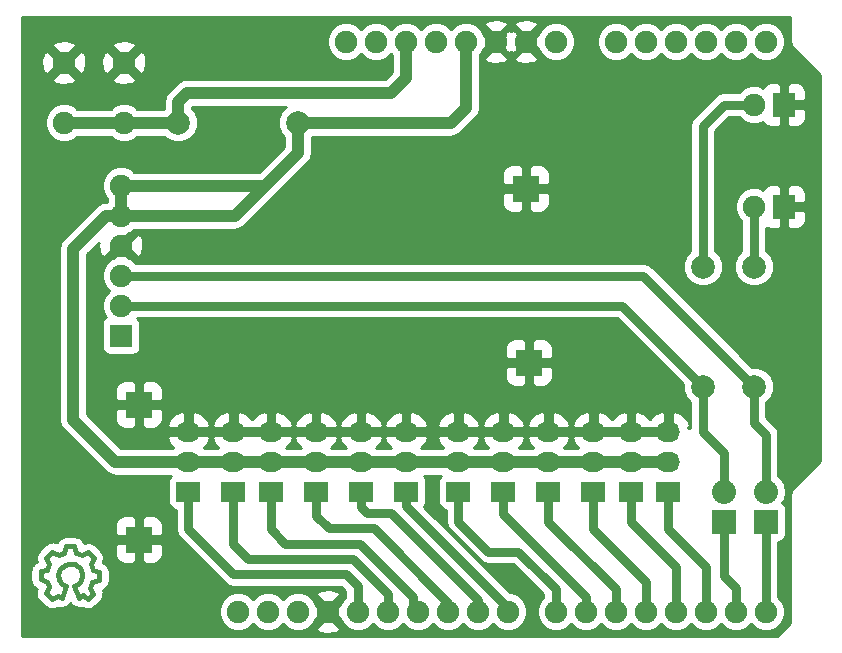
<source format=gbr>
G04 #@! TF.FileFunction,Copper,L1,Top,Signal*
%FSLAX46Y46*%
G04 Gerber Fmt 4.6, Leading zero omitted, Abs format (unit mm)*
G04 Created by KiCad (PCBNEW 4.0.0-rc2-stable) date 12/11/2015 17:31:56*
%MOMM*%
G01*
G04 APERTURE LIST*
%ADD10C,0.100000*%
%ADD11C,0.381000*%
%ADD12R,1.900000X1.900000*%
%ADD13C,1.900000*%
%ADD14C,1.998980*%
%ADD15R,2.032000X1.727200*%
%ADD16O,2.032000X1.727200*%
%ADD17R,2.235200X2.235200*%
%ADD18R,2.032000X2.032000*%
%ADD19O,2.032000X2.032000*%
%ADD20R,1.900000X2.000000*%
%ADD21C,1.016000*%
%ADD22C,0.762000*%
%ADD23C,0.254000*%
G04 APERTURE END LIST*
D10*
D11*
X180591460Y-98211640D02*
X180332380Y-98772980D01*
X180332380Y-98772980D02*
X180870860Y-99291140D01*
X180870860Y-99291140D02*
X181391560Y-99021900D01*
X181391560Y-99021900D02*
X181670960Y-99181920D01*
X183111140Y-99161600D02*
X183441340Y-98971100D01*
X183441340Y-98971100D02*
X183880760Y-99301300D01*
X183880760Y-99301300D02*
X184353200Y-98811080D01*
X184353200Y-98811080D02*
X184071260Y-98331020D01*
X184071260Y-98331020D02*
X184261760Y-97861120D01*
X184261760Y-97861120D02*
X184871360Y-97673160D01*
X184871360Y-97673160D02*
X184871360Y-96992440D01*
X184871360Y-96992440D02*
X184312560Y-96852740D01*
X184312560Y-96852740D02*
X184111900Y-96281240D01*
X184111900Y-96281240D02*
X184381140Y-95811340D01*
X184381140Y-95811340D02*
X183911240Y-95300800D01*
X183911240Y-95300800D02*
X183393080Y-95562420D01*
X183393080Y-95562420D02*
X182923180Y-95361760D01*
X182923180Y-95361760D02*
X182753000Y-94820740D01*
X182753000Y-94820740D02*
X182062120Y-94802960D01*
X182062120Y-94802960D02*
X181851300Y-95351600D01*
X181851300Y-95351600D02*
X181432200Y-95521780D01*
X181432200Y-95521780D02*
X180881020Y-95252540D01*
X180881020Y-95252540D02*
X180362860Y-95780860D01*
X180362860Y-95780860D02*
X180611780Y-96321880D01*
X180611780Y-96321880D02*
X180441600Y-96801940D01*
X180441600Y-96801940D02*
X179892960Y-96901000D01*
X179892960Y-96901000D02*
X179882800Y-97602040D01*
X179882800Y-97602040D02*
X180441600Y-97802700D01*
X180441600Y-97802700D02*
X180581300Y-98201480D01*
X182722520Y-98181160D02*
X183022240Y-98031300D01*
X183022240Y-98031300D02*
X183222900Y-97833180D01*
X183222900Y-97833180D02*
X183372760Y-97431860D01*
X183372760Y-97431860D02*
X183372760Y-97033080D01*
X183372760Y-97033080D02*
X183222900Y-96682560D01*
X183222900Y-96682560D02*
X182770780Y-96332040D01*
X182770780Y-96332040D02*
X182321200Y-96281240D01*
X182321200Y-96281240D02*
X181922420Y-96382840D01*
X181922420Y-96382840D02*
X181521100Y-96730820D01*
X181521100Y-96730820D02*
X181371240Y-97182940D01*
X181371240Y-97182940D02*
X181422040Y-97680780D01*
X181422040Y-97680780D02*
X181670960Y-97983040D01*
X181670960Y-97983040D02*
X182021480Y-98181160D01*
X182021480Y-98181160D02*
X181670960Y-99181920D01*
X182722520Y-98181160D02*
X183121300Y-99181920D01*
D12*
X186690000Y-76962000D03*
D13*
X186690000Y-74422000D03*
X186690000Y-71882000D03*
X186690000Y-69342000D03*
X186690000Y-66802000D03*
X186690000Y-64262000D03*
X241300000Y-52070000D03*
X238760000Y-52070000D03*
X236220000Y-52070000D03*
X228600000Y-52070000D03*
X231140000Y-52070000D03*
X233680000Y-52070000D03*
X223520000Y-52070000D03*
X220980000Y-52070000D03*
X218440000Y-52070000D03*
X213360000Y-52070000D03*
X210820000Y-52070000D03*
X241300000Y-100330000D03*
X238760000Y-100330000D03*
X236220000Y-100330000D03*
X233680000Y-100330000D03*
X231140000Y-100330000D03*
X228600000Y-100330000D03*
X226060000Y-100330000D03*
X223520000Y-100330000D03*
X219456000Y-100330000D03*
X216916000Y-100330000D03*
X214376000Y-100330000D03*
X211836000Y-100330000D03*
X209296000Y-100330000D03*
X206756000Y-100330000D03*
X204216000Y-100330000D03*
X201676000Y-100330000D03*
X215900000Y-52070000D03*
X199136000Y-100330000D03*
X196596000Y-100330000D03*
X208280000Y-52070000D03*
X205740000Y-52070000D03*
D14*
X191516000Y-58928000D03*
X201676000Y-58928000D03*
D13*
X186944000Y-58928000D03*
X181864000Y-58928000D03*
X186944000Y-53848000D03*
X181864000Y-53848000D03*
D15*
X233045000Y-90170000D03*
D16*
X233045000Y-87630000D03*
X233045000Y-85090000D03*
D15*
X222885000Y-90170000D03*
D16*
X222885000Y-87630000D03*
X222885000Y-85090000D03*
D15*
X210820000Y-90170000D03*
D16*
X210820000Y-87630000D03*
X210820000Y-85090000D03*
D15*
X199390000Y-90170000D03*
D16*
X199390000Y-87630000D03*
X199390000Y-85090000D03*
D15*
X229870000Y-90170000D03*
D16*
X229870000Y-87630000D03*
X229870000Y-85090000D03*
D15*
X219075000Y-90170000D03*
D16*
X219075000Y-87630000D03*
X219075000Y-85090000D03*
D15*
X207010000Y-90170000D03*
D16*
X207010000Y-87630000D03*
X207010000Y-85090000D03*
D15*
X196215000Y-90170000D03*
D16*
X196215000Y-87630000D03*
X196215000Y-85090000D03*
D15*
X226695000Y-90170000D03*
D16*
X226695000Y-87630000D03*
X226695000Y-85090000D03*
D15*
X215265000Y-90170000D03*
D16*
X215265000Y-87630000D03*
X215265000Y-85090000D03*
D15*
X203200000Y-90170000D03*
D16*
X203200000Y-87630000D03*
X203200000Y-85090000D03*
D15*
X192405000Y-90170000D03*
D16*
X192405000Y-87630000D03*
X192405000Y-85090000D03*
D17*
X221234000Y-79248000D03*
X220980000Y-64516000D03*
D18*
X237744000Y-92710000D03*
D19*
X237744000Y-90170000D03*
D18*
X241300000Y-92710000D03*
D19*
X241300000Y-90170000D03*
D20*
X242824000Y-66040000D03*
D13*
X240284000Y-66040000D03*
D20*
X242824000Y-57404000D03*
D13*
X240284000Y-57404000D03*
D14*
X240284000Y-81280000D03*
X240284000Y-71120000D03*
X235966000Y-81280000D03*
X235966000Y-71120000D03*
D17*
X188214000Y-82804000D03*
X188214000Y-94234000D03*
D21*
X186690000Y-66802000D02*
X186690000Y-64262000D01*
X186690000Y-64262000D02*
X189230000Y-64262000D01*
X189230000Y-64262000D02*
X198882000Y-64262000D01*
X189230000Y-66802000D02*
X185420000Y-66802000D01*
X186182000Y-87630000D02*
X192405000Y-87630000D01*
X182626000Y-84074000D02*
X186182000Y-87630000D01*
X182626000Y-69596000D02*
X182626000Y-84074000D01*
X185420000Y-66802000D02*
X182626000Y-69596000D01*
X189230000Y-66802000D02*
X196342000Y-66802000D01*
X196342000Y-66802000D02*
X198882000Y-64262000D01*
X201676000Y-61468000D02*
X201676000Y-58928000D01*
X198882000Y-64262000D02*
X201676000Y-61468000D01*
X209042000Y-58928000D02*
X214630000Y-58928000D01*
X215900000Y-57658000D02*
X215900000Y-52070000D01*
X214630000Y-58928000D02*
X215900000Y-57658000D01*
X209042000Y-58928000D02*
X201676000Y-58928000D01*
X192405000Y-87630000D02*
X196215000Y-87630000D01*
X196215000Y-87630000D02*
X199390000Y-87630000D01*
X199390000Y-87630000D02*
X203200000Y-87630000D01*
X203200000Y-87630000D02*
X207010000Y-87630000D01*
X207010000Y-87630000D02*
X210820000Y-87630000D01*
X210820000Y-87630000D02*
X215265000Y-87630000D01*
X215265000Y-87630000D02*
X219075000Y-87630000D01*
X219075000Y-87630000D02*
X222885000Y-87630000D01*
X222885000Y-87630000D02*
X226695000Y-87630000D01*
X226695000Y-87630000D02*
X229870000Y-87630000D01*
X229870000Y-87630000D02*
X233045000Y-87630000D01*
X210820000Y-52070000D02*
X210820000Y-55118000D01*
X191516000Y-57150000D02*
X191516000Y-58928000D01*
X192278000Y-56388000D02*
X191516000Y-57150000D01*
X195326000Y-56388000D02*
X192278000Y-56388000D01*
X209550000Y-56388000D02*
X195326000Y-56388000D01*
X210820000Y-55118000D02*
X209550000Y-56388000D01*
X186944000Y-58928000D02*
X181864000Y-58928000D01*
X191516000Y-58928000D02*
X186944000Y-58928000D01*
D22*
X186690000Y-71882000D02*
X189230000Y-71882000D01*
X230886000Y-71882000D02*
X240284000Y-81280000D01*
X189230000Y-71882000D02*
X230886000Y-71882000D01*
X240284000Y-81280000D02*
X240284000Y-84328000D01*
X241300000Y-85344000D02*
X241300000Y-90170000D01*
X240284000Y-84328000D02*
X241300000Y-85344000D01*
X186690000Y-74422000D02*
X189230000Y-74422000D01*
X229108000Y-74422000D02*
X235966000Y-81280000D01*
X189230000Y-74422000D02*
X229108000Y-74422000D01*
X237744000Y-90170000D02*
X237744000Y-86868000D01*
X235966000Y-85090000D02*
X235966000Y-81280000D01*
X237744000Y-86868000D02*
X235966000Y-85090000D01*
X236220000Y-100330000D02*
X236220000Y-96520000D01*
X233045000Y-93345000D02*
X233045000Y-90170000D01*
X236220000Y-96520000D02*
X233045000Y-93345000D01*
X233680000Y-100330000D02*
X233680000Y-96520000D01*
X229870000Y-92710000D02*
X229870000Y-90170000D01*
X233680000Y-96520000D02*
X229870000Y-92710000D01*
X231140000Y-100330000D02*
X231140000Y-97790000D01*
X226695000Y-93345000D02*
X226695000Y-90170000D01*
X231140000Y-97790000D02*
X226695000Y-93345000D01*
X222885000Y-90170000D02*
X222885000Y-92710000D01*
X228600000Y-98425000D02*
X228600000Y-100330000D01*
X222885000Y-92710000D02*
X228600000Y-98425000D01*
X219075000Y-90170000D02*
X219075000Y-92075000D01*
X226060000Y-99060000D02*
X226060000Y-100330000D01*
X219075000Y-92075000D02*
X226060000Y-99060000D01*
X215265000Y-90170000D02*
X215265000Y-92710000D01*
X223520000Y-98425000D02*
X223520000Y-100330000D01*
X220345000Y-95250000D02*
X223520000Y-98425000D01*
X217805000Y-95250000D02*
X220345000Y-95250000D01*
X215265000Y-92710000D02*
X217805000Y-95250000D01*
X210820000Y-90170000D02*
X210820000Y-91390834D01*
X210820000Y-91390834D02*
X219456000Y-100026834D01*
X219456000Y-100026834D02*
X219456000Y-100330000D01*
X216916000Y-100330000D02*
X216916000Y-99314000D01*
X207010000Y-91440000D02*
X207010000Y-90170000D01*
X207556992Y-91986992D02*
X207010000Y-91440000D01*
X209588992Y-91986992D02*
X207556992Y-91986992D01*
X216916000Y-99314000D02*
X209588992Y-91986992D01*
X203200000Y-90170000D02*
X203200000Y-92202000D01*
X208086994Y-93278994D02*
X214376000Y-99568000D01*
X204276994Y-93278994D02*
X208086994Y-93278994D01*
X203200000Y-92202000D02*
X204276994Y-93278994D01*
X214376000Y-99568000D02*
X214376000Y-100330000D01*
X199390000Y-90170000D02*
X199390000Y-93345000D01*
X211455000Y-99060000D02*
X211455000Y-99949000D01*
X206965996Y-94570996D02*
X211455000Y-99060000D01*
X200615996Y-94570996D02*
X206965996Y-94570996D01*
X199390000Y-93345000D02*
X200615996Y-94570996D01*
X211455000Y-99949000D02*
X211836000Y-100330000D01*
X196215000Y-90170000D02*
X196215000Y-94615000D01*
X209296000Y-98806000D02*
X209296000Y-100330000D01*
X206352998Y-95862998D02*
X209296000Y-98806000D01*
X197462998Y-95862998D02*
X206352998Y-95862998D01*
X196215000Y-94615000D02*
X197462998Y-95862998D01*
X192405000Y-90170000D02*
X192405000Y-93345000D01*
X206756000Y-98171000D02*
X206756000Y-100330000D01*
X205740000Y-97155000D02*
X206756000Y-98171000D01*
X196215000Y-97155000D02*
X205740000Y-97155000D01*
X192405000Y-93345000D02*
X196215000Y-97155000D01*
X237744000Y-92964000D02*
X237744000Y-97282000D01*
X237744000Y-97282000D02*
X238760000Y-98298000D01*
X238760000Y-98298000D02*
X238760000Y-100330000D01*
X241300000Y-92964000D02*
X241300000Y-100330000D01*
X240284000Y-71120000D02*
X240284000Y-66040000D01*
X240284000Y-57404000D02*
X237744000Y-57404000D01*
X235966000Y-59182000D02*
X235966000Y-71120000D01*
X237744000Y-57404000D02*
X235966000Y-59182000D01*
D23*
G36*
X243367000Y-52069995D02*
X243366999Y-52070000D01*
X243383926Y-52155094D01*
X243422340Y-52348211D01*
X243511307Y-52481360D01*
X243579933Y-52584067D01*
X245907000Y-54911133D01*
X245907000Y-87582867D01*
X243579933Y-89909933D01*
X243422340Y-90145789D01*
X243422340Y-90145790D01*
X243366999Y-90424000D01*
X243367000Y-90424005D01*
X243367000Y-101298867D01*
X242268866Y-102397000D01*
X178273000Y-102397000D01*
X178273000Y-100652211D01*
X194968718Y-100652211D01*
X195215892Y-101250418D01*
X195673175Y-101708499D01*
X196270950Y-101956717D01*
X196918211Y-101957282D01*
X197516418Y-101710108D01*
X197866208Y-101360927D01*
X198213175Y-101708499D01*
X198810950Y-101956717D01*
X199458211Y-101957282D01*
X200056418Y-101710108D01*
X200406208Y-101360927D01*
X200753175Y-101708499D01*
X201350950Y-101956717D01*
X201998211Y-101957282D01*
X202596418Y-101710108D01*
X202609909Y-101696640D01*
X203235440Y-101696640D01*
X203323478Y-102022906D01*
X204039264Y-102235595D01*
X204781957Y-102158174D01*
X205108522Y-102022906D01*
X205196560Y-101696640D01*
X204216000Y-100716080D01*
X203235440Y-101696640D01*
X202609909Y-101696640D01*
X203054499Y-101252825D01*
X203159170Y-101000750D01*
X203829920Y-100330000D01*
X203159338Y-99659418D01*
X203056108Y-99409582D01*
X202610664Y-98963360D01*
X203235440Y-98963360D01*
X204216000Y-99943920D01*
X205196560Y-98963360D01*
X205108522Y-98637094D01*
X204392736Y-98424405D01*
X203650043Y-98501826D01*
X203323478Y-98637094D01*
X203235440Y-98963360D01*
X202610664Y-98963360D01*
X202598825Y-98951501D01*
X202001050Y-98703283D01*
X201353789Y-98702718D01*
X200755582Y-98949892D01*
X200405792Y-99299073D01*
X200058825Y-98951501D01*
X199461050Y-98703283D01*
X198813789Y-98702718D01*
X198215582Y-98949892D01*
X197865792Y-99299073D01*
X197518825Y-98951501D01*
X196921050Y-98703283D01*
X196273789Y-98702718D01*
X195675582Y-98949892D01*
X195217501Y-99407175D01*
X194969283Y-100004950D01*
X194968718Y-100652211D01*
X178273000Y-100652211D01*
X178273000Y-97589469D01*
X179015391Y-97589469D01*
X179020356Y-97616469D01*
X179016297Y-97643620D01*
X179050805Y-97782050D01*
X179076608Y-97922369D01*
X179091528Y-97945415D01*
X179098168Y-97972051D01*
X179183024Y-98086738D01*
X179260560Y-98206501D01*
X179283162Y-98222082D01*
X179299491Y-98244151D01*
X179421784Y-98317640D01*
X179539243Y-98398610D01*
X179548784Y-98400652D01*
X179544725Y-98409447D01*
X179538662Y-98434651D01*
X179524680Y-98456474D01*
X179499281Y-98598370D01*
X179465564Y-98738542D01*
X179469608Y-98764146D01*
X179465041Y-98789660D01*
X179495878Y-98930483D01*
X179518368Y-99072879D01*
X179531901Y-99094985D01*
X179537446Y-99120306D01*
X179619827Y-99238608D01*
X179695097Y-99361560D01*
X179716061Y-99376805D01*
X179730873Y-99398076D01*
X180269352Y-99916236D01*
X180293516Y-99931718D01*
X180311415Y-99954146D01*
X180435247Y-100022527D01*
X180554354Y-100098840D01*
X180582600Y-100103896D01*
X180607721Y-100117768D01*
X180748296Y-100133555D01*
X180887539Y-100158479D01*
X180915571Y-100152340D01*
X180944088Y-100155543D01*
X181080006Y-100116333D01*
X181218186Y-100086074D01*
X181241733Y-100069677D01*
X181269307Y-100061722D01*
X181386723Y-100001009D01*
X181474373Y-100013411D01*
X181560717Y-100042386D01*
X181640328Y-100036890D01*
X181719340Y-100048069D01*
X181807535Y-100025347D01*
X181898395Y-100019075D01*
X181969841Y-99983533D01*
X182047118Y-99963624D01*
X182119907Y-99908879D01*
X182201448Y-99868315D01*
X182253853Y-99808138D01*
X182317630Y-99760171D01*
X182363928Y-99681738D01*
X182399673Y-99640692D01*
X182419159Y-99662925D01*
X182499657Y-99786994D01*
X182570760Y-99835905D01*
X182582819Y-99849665D01*
X182610934Y-99863541D01*
X182778528Y-99978828D01*
X183109583Y-100049340D01*
X183372071Y-100000804D01*
X183465123Y-100045533D01*
X183563639Y-100108759D01*
X183616387Y-100118242D01*
X183664687Y-100141459D01*
X183781564Y-100147938D01*
X183896780Y-100168652D01*
X183949140Y-100157228D01*
X184002649Y-100160194D01*
X184113111Y-100121452D01*
X184227481Y-100096498D01*
X184271485Y-100065905D01*
X184322055Y-100048169D01*
X184409280Y-99970107D01*
X184505398Y-99903283D01*
X184977839Y-99413063D01*
X185006167Y-99368923D01*
X185045340Y-99334051D01*
X185096826Y-99227663D01*
X185160659Y-99128200D01*
X185169939Y-99076584D01*
X185192786Y-99029373D01*
X185199639Y-98911382D01*
X185220552Y-98795060D01*
X185209372Y-98743819D01*
X185212413Y-98691461D01*
X185173592Y-98579830D01*
X185153513Y-98487803D01*
X185163080Y-98482633D01*
X185203338Y-98474625D01*
X185310916Y-98402743D01*
X185424748Y-98341230D01*
X185450644Y-98309381D01*
X185484775Y-98286575D01*
X185556658Y-98178994D01*
X185638283Y-98078604D01*
X185650020Y-98039269D01*
X185672825Y-98005138D01*
X185698067Y-97878237D01*
X185735061Y-97754253D01*
X185730851Y-97713422D01*
X185738860Y-97673160D01*
X185738860Y-96992440D01*
X185726277Y-96929181D01*
X185729412Y-96864758D01*
X185693560Y-96764703D01*
X185672825Y-96660462D01*
X185636992Y-96606834D01*
X185615235Y-96546115D01*
X185543823Y-96467396D01*
X185484775Y-96379025D01*
X185431147Y-96343192D01*
X185387810Y-96295421D01*
X185291708Y-96250022D01*
X185203338Y-96190975D01*
X185163227Y-96182996D01*
X185168169Y-96176225D01*
X185199390Y-96047406D01*
X185241586Y-95921742D01*
X185238989Y-95884016D01*
X185247895Y-95847268D01*
X185227442Y-95716304D01*
X185218337Y-95584060D01*
X185201501Y-95550201D01*
X185195666Y-95512840D01*
X185126651Y-95399671D01*
X185067633Y-95280979D01*
X185039121Y-95256140D01*
X185019433Y-95223856D01*
X184572944Y-94738750D01*
X186169400Y-94738750D01*
X186169400Y-95535992D01*
X186310527Y-95876703D01*
X186571296Y-96137473D01*
X186912008Y-96278600D01*
X187709250Y-96278600D01*
X187941000Y-96046850D01*
X187941000Y-94507000D01*
X188487000Y-94507000D01*
X188487000Y-96046850D01*
X188718750Y-96278600D01*
X189515992Y-96278600D01*
X189856704Y-96137473D01*
X190117473Y-95876703D01*
X190258600Y-95535992D01*
X190258600Y-94738750D01*
X190026850Y-94507000D01*
X188487000Y-94507000D01*
X187941000Y-94507000D01*
X186401150Y-94507000D01*
X186169400Y-94738750D01*
X184572944Y-94738750D01*
X184549534Y-94713316D01*
X184508421Y-94683310D01*
X184477058Y-94643224D01*
X184372822Y-94584344D01*
X184276125Y-94513771D01*
X184226661Y-94501783D01*
X184182345Y-94476750D01*
X184063516Y-94462242D01*
X183947168Y-94434044D01*
X183896878Y-94441898D01*
X183846358Y-94435730D01*
X183731024Y-94467800D01*
X183612740Y-94486273D01*
X183569284Y-94512774D01*
X183563580Y-94514360D01*
X183562741Y-94509491D01*
X183486505Y-94388785D01*
X183417921Y-94263572D01*
X183396600Y-94246436D01*
X183381993Y-94223309D01*
X183265368Y-94140966D01*
X183154088Y-94051530D01*
X183127832Y-94043858D01*
X183105487Y-94028081D01*
X182966225Y-93996635D01*
X182829193Y-93956593D01*
X182802001Y-93959552D01*
X182775318Y-93953527D01*
X182084438Y-93935747D01*
X182062073Y-93939601D01*
X182039710Y-93935750D01*
X181896029Y-93968209D01*
X181750871Y-93993220D01*
X181731686Y-94005337D01*
X181709549Y-94010338D01*
X181589228Y-94095311D01*
X181464689Y-94173967D01*
X181451600Y-94192506D01*
X181433064Y-94205596D01*
X181354420Y-94330143D01*
X181269461Y-94450473D01*
X181264463Y-94472608D01*
X181263609Y-94473961D01*
X181261777Y-94473066D01*
X181231448Y-94465062D01*
X181205201Y-94447890D01*
X181068755Y-94422123D01*
X180934501Y-94386691D01*
X180903421Y-94390902D01*
X180872598Y-94385081D01*
X180736673Y-94413493D01*
X180599084Y-94432133D01*
X180571981Y-94447917D01*
X180541277Y-94454335D01*
X180426574Y-94532599D01*
X180306589Y-94602475D01*
X180287589Y-94627430D01*
X180261679Y-94645109D01*
X179743519Y-95173429D01*
X179736563Y-95184061D01*
X179726279Y-95191521D01*
X179644145Y-95325325D01*
X179558210Y-95456679D01*
X179555853Y-95469161D01*
X179549205Y-95479991D01*
X179524533Y-95635012D01*
X179495401Y-95789282D01*
X179498001Y-95801719D01*
X179496004Y-95814265D01*
X179532532Y-95966920D01*
X179560857Y-96102431D01*
X179502071Y-96140490D01*
X179423858Y-96171275D01*
X179361385Y-96231572D01*
X179288499Y-96278760D01*
X179240792Y-96347966D01*
X179180313Y-96406339D01*
X179145670Y-96485954D01*
X179096390Y-96557442D01*
X179078798Y-96639636D01*
X179045261Y-96716711D01*
X179043723Y-96803523D01*
X179025551Y-96888428D01*
X179015391Y-97589469D01*
X178273000Y-97589469D01*
X178273000Y-92932008D01*
X186169400Y-92932008D01*
X186169400Y-93729250D01*
X186401150Y-93961000D01*
X187941000Y-93961000D01*
X187941000Y-92421150D01*
X188487000Y-92421150D01*
X188487000Y-93961000D01*
X190026850Y-93961000D01*
X190258600Y-93729250D01*
X190258600Y-92932008D01*
X190117473Y-92591297D01*
X189856704Y-92330527D01*
X189515992Y-92189400D01*
X188718750Y-92189400D01*
X188487000Y-92421150D01*
X187941000Y-92421150D01*
X187709250Y-92189400D01*
X186912008Y-92189400D01*
X186571296Y-92330527D01*
X186310527Y-92591297D01*
X186169400Y-92932008D01*
X178273000Y-92932008D01*
X178273000Y-59250211D01*
X180236718Y-59250211D01*
X180483892Y-59848418D01*
X180941175Y-60306499D01*
X181538950Y-60554717D01*
X182186211Y-60555282D01*
X182784418Y-60308108D01*
X182979866Y-60113000D01*
X185828013Y-60113000D01*
X186021175Y-60306499D01*
X186618950Y-60554717D01*
X187266211Y-60555282D01*
X187864418Y-60308108D01*
X188059866Y-60113000D01*
X190330086Y-60113000D01*
X190565105Y-60348430D01*
X191181063Y-60604198D01*
X191848011Y-60604780D01*
X192464414Y-60350087D01*
X192936430Y-59878895D01*
X193192198Y-59262937D01*
X193192780Y-58595989D01*
X192938087Y-57979586D01*
X192701000Y-57742084D01*
X192701000Y-57640844D01*
X192768843Y-57573000D01*
X200660382Y-57573000D01*
X200255570Y-57977105D01*
X199999802Y-58593063D01*
X199999220Y-59260011D01*
X200253913Y-59876414D01*
X200491000Y-60113916D01*
X200491000Y-60977157D01*
X198391156Y-63077000D01*
X187805987Y-63077000D01*
X187612825Y-62883501D01*
X187015050Y-62635283D01*
X186367789Y-62634718D01*
X185769582Y-62881892D01*
X185311501Y-63339175D01*
X185063283Y-63936950D01*
X185062718Y-64584211D01*
X185309892Y-65182418D01*
X185505000Y-65377866D01*
X185505000Y-65617000D01*
X185420005Y-65617000D01*
X185420000Y-65616999D01*
X185041758Y-65692237D01*
X184966520Y-65707203D01*
X184582078Y-65964078D01*
X184582076Y-65964081D01*
X181788078Y-68758078D01*
X181531203Y-69142520D01*
X181440999Y-69596000D01*
X181441000Y-69596005D01*
X181441000Y-84073995D01*
X181440999Y-84074000D01*
X181531203Y-84527480D01*
X181788078Y-84911922D01*
X185344076Y-88467919D01*
X185344078Y-88467922D01*
X185728520Y-88724797D01*
X186182000Y-88815000D01*
X190905386Y-88815000D01*
X190753120Y-89037849D01*
X190698737Y-89306400D01*
X190698737Y-91033600D01*
X190745944Y-91284481D01*
X190894214Y-91514900D01*
X191120449Y-91669480D01*
X191347000Y-91715358D01*
X191347000Y-93345000D01*
X191427535Y-93749879D01*
X191656881Y-94093119D01*
X195466881Y-97903119D01*
X195810121Y-98132465D01*
X196215000Y-98213000D01*
X205301762Y-98213000D01*
X205698000Y-98609238D01*
X205698000Y-99087234D01*
X205377501Y-99407175D01*
X205272830Y-99659250D01*
X204602080Y-100330000D01*
X205272662Y-101000582D01*
X205375892Y-101250418D01*
X205833175Y-101708499D01*
X206430950Y-101956717D01*
X207078211Y-101957282D01*
X207676418Y-101710108D01*
X208026208Y-101360927D01*
X208373175Y-101708499D01*
X208970950Y-101956717D01*
X209618211Y-101957282D01*
X210216418Y-101710108D01*
X210566208Y-101360927D01*
X210913175Y-101708499D01*
X211510950Y-101956717D01*
X212158211Y-101957282D01*
X212756418Y-101710108D01*
X213106208Y-101360927D01*
X213453175Y-101708499D01*
X214050950Y-101956717D01*
X214698211Y-101957282D01*
X215296418Y-101710108D01*
X215646208Y-101360927D01*
X215993175Y-101708499D01*
X216590950Y-101956717D01*
X217238211Y-101957282D01*
X217836418Y-101710108D01*
X218186208Y-101360927D01*
X218533175Y-101708499D01*
X219130950Y-101956717D01*
X219778211Y-101957282D01*
X220376418Y-101710108D01*
X220834499Y-101252825D01*
X221082717Y-100655050D01*
X221083282Y-100007789D01*
X220836108Y-99409582D01*
X220378825Y-98951501D01*
X219781050Y-98703283D01*
X219628554Y-98703150D01*
X212372704Y-91447300D01*
X212471880Y-91302151D01*
X212526263Y-91033600D01*
X212526263Y-89306400D01*
X212479056Y-89055519D01*
X212330786Y-88825100D01*
X212316004Y-88815000D01*
X213765386Y-88815000D01*
X213613120Y-89037849D01*
X213558737Y-89306400D01*
X213558737Y-91033600D01*
X213605944Y-91284481D01*
X213754214Y-91514900D01*
X213980449Y-91669480D01*
X214207000Y-91715358D01*
X214207000Y-92710000D01*
X214287535Y-93114879D01*
X214516881Y-93458119D01*
X217056881Y-95998119D01*
X217400121Y-96227465D01*
X217805000Y-96308000D01*
X219906762Y-96308000D01*
X222462000Y-98863238D01*
X222462000Y-99087234D01*
X222141501Y-99407175D01*
X221893283Y-100004950D01*
X221892718Y-100652211D01*
X222139892Y-101250418D01*
X222597175Y-101708499D01*
X223194950Y-101956717D01*
X223842211Y-101957282D01*
X224440418Y-101710108D01*
X224790208Y-101360927D01*
X225137175Y-101708499D01*
X225734950Y-101956717D01*
X226382211Y-101957282D01*
X226980418Y-101710108D01*
X227330208Y-101360927D01*
X227677175Y-101708499D01*
X228274950Y-101956717D01*
X228922211Y-101957282D01*
X229520418Y-101710108D01*
X229870208Y-101360927D01*
X230217175Y-101708499D01*
X230814950Y-101956717D01*
X231462211Y-101957282D01*
X232060418Y-101710108D01*
X232410208Y-101360927D01*
X232757175Y-101708499D01*
X233354950Y-101956717D01*
X234002211Y-101957282D01*
X234600418Y-101710108D01*
X234950208Y-101360927D01*
X235297175Y-101708499D01*
X235894950Y-101956717D01*
X236542211Y-101957282D01*
X237140418Y-101710108D01*
X237490208Y-101360927D01*
X237837175Y-101708499D01*
X238434950Y-101956717D01*
X239082211Y-101957282D01*
X239680418Y-101710108D01*
X240030208Y-101360927D01*
X240377175Y-101708499D01*
X240974950Y-101956717D01*
X241622211Y-101957282D01*
X242220418Y-101710108D01*
X242678499Y-101252825D01*
X242926717Y-100655050D01*
X242927282Y-100007789D01*
X242680108Y-99409582D01*
X242358000Y-99086912D01*
X242358000Y-94408360D01*
X242566881Y-94369056D01*
X242797300Y-94220786D01*
X242951880Y-93994551D01*
X243006263Y-93726000D01*
X243006263Y-91694000D01*
X242959056Y-91443119D01*
X242810786Y-91212700D01*
X242689061Y-91129529D01*
X242897296Y-90817883D01*
X243026168Y-90170000D01*
X242897296Y-89522117D01*
X242530300Y-88972868D01*
X242358000Y-88857741D01*
X242358000Y-85344000D01*
X242277465Y-84939121D01*
X242048119Y-84595881D01*
X241342000Y-83889762D01*
X241342000Y-82592692D01*
X241704430Y-82230895D01*
X241960198Y-81614937D01*
X241960780Y-80947989D01*
X241706087Y-80331586D01*
X241234895Y-79859570D01*
X240618937Y-79603802D01*
X240103590Y-79603352D01*
X231952249Y-71452011D01*
X234289220Y-71452011D01*
X234543913Y-72068414D01*
X235015105Y-72540430D01*
X235631063Y-72796198D01*
X236298011Y-72796780D01*
X236914414Y-72542087D01*
X237386430Y-72070895D01*
X237642198Y-71454937D01*
X237642200Y-71452011D01*
X238607220Y-71452011D01*
X238861913Y-72068414D01*
X239333105Y-72540430D01*
X239949063Y-72796198D01*
X240616011Y-72796780D01*
X241232414Y-72542087D01*
X241704430Y-72070895D01*
X241960198Y-71454937D01*
X241960780Y-70787989D01*
X241706087Y-70171586D01*
X241342000Y-69806862D01*
X241342000Y-67818976D01*
X241348897Y-67825873D01*
X241689608Y-67967000D01*
X242319250Y-67967000D01*
X242551000Y-67735250D01*
X242551000Y-66313000D01*
X243097000Y-66313000D01*
X243097000Y-67735250D01*
X243328750Y-67967000D01*
X243958392Y-67967000D01*
X244299103Y-67825873D01*
X244559873Y-67565104D01*
X244701000Y-67224392D01*
X244701000Y-66544750D01*
X244469250Y-66313000D01*
X243097000Y-66313000D01*
X242551000Y-66313000D01*
X242531000Y-66313000D01*
X242531000Y-65767000D01*
X242551000Y-65767000D01*
X242551000Y-64344750D01*
X243097000Y-64344750D01*
X243097000Y-65767000D01*
X244469250Y-65767000D01*
X244701000Y-65535250D01*
X244701000Y-64855608D01*
X244559873Y-64514896D01*
X244299103Y-64254127D01*
X243958392Y-64113000D01*
X243328750Y-64113000D01*
X243097000Y-64344750D01*
X242551000Y-64344750D01*
X242319250Y-64113000D01*
X241689608Y-64113000D01*
X241348897Y-64254127D01*
X241088127Y-64514896D01*
X241053733Y-64597931D01*
X240609050Y-64413283D01*
X239961789Y-64412718D01*
X239363582Y-64659892D01*
X238905501Y-65117175D01*
X238657283Y-65714950D01*
X238656718Y-66362211D01*
X238903892Y-66960418D01*
X239226000Y-67283088D01*
X239226000Y-69807308D01*
X238863570Y-70169105D01*
X238607802Y-70785063D01*
X238607220Y-71452011D01*
X237642200Y-71452011D01*
X237642780Y-70787989D01*
X237388087Y-70171586D01*
X237024000Y-69806862D01*
X237024000Y-59620238D01*
X238182238Y-58462000D01*
X239041234Y-58462000D01*
X239361175Y-58782499D01*
X239958950Y-59030717D01*
X240606211Y-59031282D01*
X241053839Y-58846326D01*
X241088127Y-58929104D01*
X241348897Y-59189873D01*
X241689608Y-59331000D01*
X242319250Y-59331000D01*
X242551000Y-59099250D01*
X242551000Y-57677000D01*
X243097000Y-57677000D01*
X243097000Y-59099250D01*
X243328750Y-59331000D01*
X243958392Y-59331000D01*
X244299103Y-59189873D01*
X244559873Y-58929104D01*
X244701000Y-58588392D01*
X244701000Y-57908750D01*
X244469250Y-57677000D01*
X243097000Y-57677000D01*
X242551000Y-57677000D01*
X242531000Y-57677000D01*
X242531000Y-57131000D01*
X242551000Y-57131000D01*
X242551000Y-55708750D01*
X243097000Y-55708750D01*
X243097000Y-57131000D01*
X244469250Y-57131000D01*
X244701000Y-56899250D01*
X244701000Y-56219608D01*
X244559873Y-55878896D01*
X244299103Y-55618127D01*
X243958392Y-55477000D01*
X243328750Y-55477000D01*
X243097000Y-55708750D01*
X242551000Y-55708750D01*
X242319250Y-55477000D01*
X241689608Y-55477000D01*
X241348897Y-55618127D01*
X241088127Y-55878896D01*
X241053733Y-55961931D01*
X240609050Y-55777283D01*
X239961789Y-55776718D01*
X239363582Y-56023892D01*
X239040912Y-56346000D01*
X237744000Y-56346000D01*
X237339121Y-56426535D01*
X236995881Y-56655881D01*
X235217881Y-58433881D01*
X234988535Y-58777121D01*
X234908000Y-59182000D01*
X234908000Y-69807308D01*
X234545570Y-70169105D01*
X234289802Y-70785063D01*
X234289220Y-71452011D01*
X231952249Y-71452011D01*
X231634119Y-71133881D01*
X231290879Y-70904535D01*
X230886000Y-70824000D01*
X187932766Y-70824000D01*
X187612825Y-70503501D01*
X187360750Y-70398830D01*
X186690000Y-69728080D01*
X186019418Y-70398662D01*
X185769582Y-70501892D01*
X185311501Y-70959175D01*
X185063283Y-71556950D01*
X185062718Y-72204211D01*
X185309892Y-72802418D01*
X185659073Y-73152208D01*
X185311501Y-73499175D01*
X185063283Y-74096950D01*
X185062718Y-74744211D01*
X185309892Y-75342418D01*
X185396114Y-75428791D01*
X185258700Y-75517214D01*
X185104120Y-75743449D01*
X185049737Y-76012000D01*
X185049737Y-77912000D01*
X185096944Y-78162881D01*
X185245214Y-78393300D01*
X185471449Y-78547880D01*
X185740000Y-78602263D01*
X187640000Y-78602263D01*
X187890881Y-78555056D01*
X188121300Y-78406786D01*
X188275880Y-78180551D01*
X188323376Y-77946008D01*
X219189400Y-77946008D01*
X219189400Y-78743250D01*
X219421150Y-78975000D01*
X220961000Y-78975000D01*
X220961000Y-77435150D01*
X221507000Y-77435150D01*
X221507000Y-78975000D01*
X223046850Y-78975000D01*
X223278600Y-78743250D01*
X223278600Y-77946008D01*
X223137473Y-77605297D01*
X222876704Y-77344527D01*
X222535992Y-77203400D01*
X221738750Y-77203400D01*
X221507000Y-77435150D01*
X220961000Y-77435150D01*
X220729250Y-77203400D01*
X219932008Y-77203400D01*
X219591296Y-77344527D01*
X219330527Y-77605297D01*
X219189400Y-77946008D01*
X188323376Y-77946008D01*
X188330263Y-77912000D01*
X188330263Y-76012000D01*
X188283056Y-75761119D01*
X188134786Y-75530700D01*
X188060584Y-75480000D01*
X228669762Y-75480000D01*
X234289667Y-81099905D01*
X234289220Y-81612011D01*
X234543913Y-82228414D01*
X234908000Y-82593138D01*
X234908000Y-84816998D01*
X234732160Y-84816998D01*
X234902572Y-84543524D01*
X234709461Y-84140493D01*
X234231002Y-83634129D01*
X233595186Y-83349408D01*
X233318000Y-83540360D01*
X233318000Y-84817000D01*
X233338000Y-84817000D01*
X233338000Y-85363000D01*
X233318000Y-85363000D01*
X233318000Y-85383000D01*
X232772000Y-85383000D01*
X232772000Y-85363000D01*
X230143000Y-85363000D01*
X230143000Y-85383000D01*
X229597000Y-85383000D01*
X229597000Y-85363000D01*
X226968000Y-85363000D01*
X226968000Y-85383000D01*
X226422000Y-85383000D01*
X226422000Y-85363000D01*
X225007841Y-85363000D01*
X224837428Y-85636476D01*
X225030539Y-86039507D01*
X225413686Y-86445000D01*
X224166314Y-86445000D01*
X224549461Y-86039507D01*
X224742572Y-85636476D01*
X224572159Y-85363000D01*
X223158000Y-85363000D01*
X223158000Y-85383000D01*
X222612000Y-85383000D01*
X222612000Y-85363000D01*
X221197841Y-85363000D01*
X221027428Y-85636476D01*
X221220539Y-86039507D01*
X221603686Y-86445000D01*
X220356314Y-86445000D01*
X220739461Y-86039507D01*
X220932572Y-85636476D01*
X220762159Y-85363000D01*
X219348000Y-85363000D01*
X219348000Y-85383000D01*
X218802000Y-85383000D01*
X218802000Y-85363000D01*
X217387841Y-85363000D01*
X217217428Y-85636476D01*
X217410539Y-86039507D01*
X217793686Y-86445000D01*
X216546314Y-86445000D01*
X216929461Y-86039507D01*
X217122572Y-85636476D01*
X216952159Y-85363000D01*
X215538000Y-85363000D01*
X215538000Y-85383000D01*
X214992000Y-85383000D01*
X214992000Y-85363000D01*
X213577841Y-85363000D01*
X213407428Y-85636476D01*
X213600539Y-86039507D01*
X213983686Y-86445000D01*
X212101314Y-86445000D01*
X212484461Y-86039507D01*
X212677572Y-85636476D01*
X212507159Y-85363000D01*
X211093000Y-85363000D01*
X211093000Y-85383000D01*
X210547000Y-85383000D01*
X210547000Y-85363000D01*
X209132841Y-85363000D01*
X208962428Y-85636476D01*
X209155539Y-86039507D01*
X209538686Y-86445000D01*
X208291314Y-86445000D01*
X208674461Y-86039507D01*
X208867572Y-85636476D01*
X208697159Y-85363000D01*
X207283000Y-85363000D01*
X207283000Y-85383000D01*
X206737000Y-85383000D01*
X206737000Y-85363000D01*
X205322841Y-85363000D01*
X205152428Y-85636476D01*
X205345539Y-86039507D01*
X205728686Y-86445000D01*
X204481314Y-86445000D01*
X204864461Y-86039507D01*
X205057572Y-85636476D01*
X204887159Y-85363000D01*
X203473000Y-85363000D01*
X203473000Y-85383000D01*
X202927000Y-85383000D01*
X202927000Y-85363000D01*
X201512841Y-85363000D01*
X201342428Y-85636476D01*
X201535539Y-86039507D01*
X201918686Y-86445000D01*
X200671314Y-86445000D01*
X201054461Y-86039507D01*
X201247572Y-85636476D01*
X201077159Y-85363000D01*
X199663000Y-85363000D01*
X199663000Y-85383000D01*
X199117000Y-85383000D01*
X199117000Y-85363000D01*
X196488000Y-85363000D01*
X196488000Y-85383000D01*
X195942000Y-85383000D01*
X195942000Y-85363000D01*
X194527841Y-85363000D01*
X194357428Y-85636476D01*
X194550539Y-86039507D01*
X194933686Y-86445000D01*
X193686314Y-86445000D01*
X194069461Y-86039507D01*
X194262572Y-85636476D01*
X194092159Y-85363000D01*
X192678000Y-85363000D01*
X192678000Y-85383000D01*
X192132000Y-85383000D01*
X192132000Y-85363000D01*
X190717841Y-85363000D01*
X190547428Y-85636476D01*
X190740539Y-86039507D01*
X191123686Y-86445000D01*
X186672843Y-86445000D01*
X183811000Y-83583156D01*
X183811000Y-83308750D01*
X186169400Y-83308750D01*
X186169400Y-84105992D01*
X186310527Y-84446703D01*
X186571296Y-84707473D01*
X186912008Y-84848600D01*
X187709250Y-84848600D01*
X187941000Y-84616850D01*
X187941000Y-83077000D01*
X188487000Y-83077000D01*
X188487000Y-84616850D01*
X188718750Y-84848600D01*
X189515992Y-84848600D01*
X189856704Y-84707473D01*
X190020652Y-84543524D01*
X190547428Y-84543524D01*
X190717841Y-84817000D01*
X192132000Y-84817000D01*
X192132000Y-83540360D01*
X192678000Y-83540360D01*
X192678000Y-84817000D01*
X194092159Y-84817000D01*
X194262572Y-84543524D01*
X194357428Y-84543524D01*
X194527841Y-84817000D01*
X195942000Y-84817000D01*
X195942000Y-83540360D01*
X196488000Y-83540360D01*
X196488000Y-84817000D01*
X199117000Y-84817000D01*
X199117000Y-83540360D01*
X199663000Y-83540360D01*
X199663000Y-84817000D01*
X201077159Y-84817000D01*
X201247572Y-84543524D01*
X201342428Y-84543524D01*
X201512841Y-84817000D01*
X202927000Y-84817000D01*
X202927000Y-83540360D01*
X203473000Y-83540360D01*
X203473000Y-84817000D01*
X204887159Y-84817000D01*
X205057572Y-84543524D01*
X205152428Y-84543524D01*
X205322841Y-84817000D01*
X206737000Y-84817000D01*
X206737000Y-83540360D01*
X207283000Y-83540360D01*
X207283000Y-84817000D01*
X208697159Y-84817000D01*
X208867572Y-84543524D01*
X208962428Y-84543524D01*
X209132841Y-84817000D01*
X210547000Y-84817000D01*
X210547000Y-83540360D01*
X211093000Y-83540360D01*
X211093000Y-84817000D01*
X212507159Y-84817000D01*
X212677572Y-84543524D01*
X213407428Y-84543524D01*
X213577841Y-84817000D01*
X214992000Y-84817000D01*
X214992000Y-83540360D01*
X215538000Y-83540360D01*
X215538000Y-84817000D01*
X216952159Y-84817000D01*
X217122572Y-84543524D01*
X217217428Y-84543524D01*
X217387841Y-84817000D01*
X218802000Y-84817000D01*
X218802000Y-83540360D01*
X219348000Y-83540360D01*
X219348000Y-84817000D01*
X220762159Y-84817000D01*
X220932572Y-84543524D01*
X221027428Y-84543524D01*
X221197841Y-84817000D01*
X222612000Y-84817000D01*
X222612000Y-83540360D01*
X223158000Y-83540360D01*
X223158000Y-84817000D01*
X224572159Y-84817000D01*
X224742572Y-84543524D01*
X224837428Y-84543524D01*
X225007841Y-84817000D01*
X226422000Y-84817000D01*
X226422000Y-83540360D01*
X226968000Y-83540360D01*
X226968000Y-84817000D01*
X229597000Y-84817000D01*
X229597000Y-83540360D01*
X230143000Y-83540360D01*
X230143000Y-84817000D01*
X232772000Y-84817000D01*
X232772000Y-83540360D01*
X232494814Y-83349408D01*
X231858998Y-83634129D01*
X231457500Y-84059043D01*
X231056002Y-83634129D01*
X230420186Y-83349408D01*
X230143000Y-83540360D01*
X229597000Y-83540360D01*
X229319814Y-83349408D01*
X228683998Y-83634129D01*
X228282500Y-84059043D01*
X227881002Y-83634129D01*
X227245186Y-83349408D01*
X226968000Y-83540360D01*
X226422000Y-83540360D01*
X226144814Y-83349408D01*
X225508998Y-83634129D01*
X225030539Y-84140493D01*
X224837428Y-84543524D01*
X224742572Y-84543524D01*
X224549461Y-84140493D01*
X224071002Y-83634129D01*
X223435186Y-83349408D01*
X223158000Y-83540360D01*
X222612000Y-83540360D01*
X222334814Y-83349408D01*
X221698998Y-83634129D01*
X221220539Y-84140493D01*
X221027428Y-84543524D01*
X220932572Y-84543524D01*
X220739461Y-84140493D01*
X220261002Y-83634129D01*
X219625186Y-83349408D01*
X219348000Y-83540360D01*
X218802000Y-83540360D01*
X218524814Y-83349408D01*
X217888998Y-83634129D01*
X217410539Y-84140493D01*
X217217428Y-84543524D01*
X217122572Y-84543524D01*
X216929461Y-84140493D01*
X216451002Y-83634129D01*
X215815186Y-83349408D01*
X215538000Y-83540360D01*
X214992000Y-83540360D01*
X214714814Y-83349408D01*
X214078998Y-83634129D01*
X213600539Y-84140493D01*
X213407428Y-84543524D01*
X212677572Y-84543524D01*
X212484461Y-84140493D01*
X212006002Y-83634129D01*
X211370186Y-83349408D01*
X211093000Y-83540360D01*
X210547000Y-83540360D01*
X210269814Y-83349408D01*
X209633998Y-83634129D01*
X209155539Y-84140493D01*
X208962428Y-84543524D01*
X208867572Y-84543524D01*
X208674461Y-84140493D01*
X208196002Y-83634129D01*
X207560186Y-83349408D01*
X207283000Y-83540360D01*
X206737000Y-83540360D01*
X206459814Y-83349408D01*
X205823998Y-83634129D01*
X205345539Y-84140493D01*
X205152428Y-84543524D01*
X205057572Y-84543524D01*
X204864461Y-84140493D01*
X204386002Y-83634129D01*
X203750186Y-83349408D01*
X203473000Y-83540360D01*
X202927000Y-83540360D01*
X202649814Y-83349408D01*
X202013998Y-83634129D01*
X201535539Y-84140493D01*
X201342428Y-84543524D01*
X201247572Y-84543524D01*
X201054461Y-84140493D01*
X200576002Y-83634129D01*
X199940186Y-83349408D01*
X199663000Y-83540360D01*
X199117000Y-83540360D01*
X198839814Y-83349408D01*
X198203998Y-83634129D01*
X197802500Y-84059043D01*
X197401002Y-83634129D01*
X196765186Y-83349408D01*
X196488000Y-83540360D01*
X195942000Y-83540360D01*
X195664814Y-83349408D01*
X195028998Y-83634129D01*
X194550539Y-84140493D01*
X194357428Y-84543524D01*
X194262572Y-84543524D01*
X194069461Y-84140493D01*
X193591002Y-83634129D01*
X192955186Y-83349408D01*
X192678000Y-83540360D01*
X192132000Y-83540360D01*
X191854814Y-83349408D01*
X191218998Y-83634129D01*
X190740539Y-84140493D01*
X190547428Y-84543524D01*
X190020652Y-84543524D01*
X190117473Y-84446703D01*
X190258600Y-84105992D01*
X190258600Y-83308750D01*
X190026850Y-83077000D01*
X188487000Y-83077000D01*
X187941000Y-83077000D01*
X186401150Y-83077000D01*
X186169400Y-83308750D01*
X183811000Y-83308750D01*
X183811000Y-81502008D01*
X186169400Y-81502008D01*
X186169400Y-82299250D01*
X186401150Y-82531000D01*
X187941000Y-82531000D01*
X187941000Y-80991150D01*
X188487000Y-80991150D01*
X188487000Y-82531000D01*
X190026850Y-82531000D01*
X190258600Y-82299250D01*
X190258600Y-81502008D01*
X190117473Y-81161297D01*
X189856704Y-80900527D01*
X189515992Y-80759400D01*
X188718750Y-80759400D01*
X188487000Y-80991150D01*
X187941000Y-80991150D01*
X187709250Y-80759400D01*
X186912008Y-80759400D01*
X186571296Y-80900527D01*
X186310527Y-81161297D01*
X186169400Y-81502008D01*
X183811000Y-81502008D01*
X183811000Y-79752750D01*
X219189400Y-79752750D01*
X219189400Y-80549992D01*
X219330527Y-80890703D01*
X219591296Y-81151473D01*
X219932008Y-81292600D01*
X220729250Y-81292600D01*
X220961000Y-81060850D01*
X220961000Y-79521000D01*
X221507000Y-79521000D01*
X221507000Y-81060850D01*
X221738750Y-81292600D01*
X222535992Y-81292600D01*
X222876704Y-81151473D01*
X223137473Y-80890703D01*
X223278600Y-80549992D01*
X223278600Y-79752750D01*
X223046850Y-79521000D01*
X221507000Y-79521000D01*
X220961000Y-79521000D01*
X219421150Y-79521000D01*
X219189400Y-79752750D01*
X183811000Y-79752750D01*
X183811000Y-70086844D01*
X184806315Y-69091529D01*
X184784405Y-69165264D01*
X184861826Y-69907957D01*
X184997094Y-70234522D01*
X185323360Y-70322560D01*
X186303920Y-69342000D01*
X187076080Y-69342000D01*
X188056640Y-70322560D01*
X188382906Y-70234522D01*
X188595595Y-69518736D01*
X188518174Y-68776043D01*
X188382906Y-68449478D01*
X188056640Y-68361440D01*
X187076080Y-69342000D01*
X186303920Y-69342000D01*
X186289778Y-69327858D01*
X186675858Y-68941778D01*
X186690000Y-68955920D01*
X187360582Y-68285338D01*
X187610418Y-68182108D01*
X187805866Y-67987000D01*
X196341995Y-67987000D01*
X196342000Y-67987001D01*
X196795480Y-67896797D01*
X197179922Y-67639922D01*
X199719919Y-65099924D01*
X199719922Y-65099922D01*
X199799093Y-65020750D01*
X218935400Y-65020750D01*
X218935400Y-65817992D01*
X219076527Y-66158703D01*
X219337296Y-66419473D01*
X219678008Y-66560600D01*
X220475250Y-66560600D01*
X220707000Y-66328850D01*
X220707000Y-64789000D01*
X221253000Y-64789000D01*
X221253000Y-66328850D01*
X221484750Y-66560600D01*
X222281992Y-66560600D01*
X222622704Y-66419473D01*
X222883473Y-66158703D01*
X223024600Y-65817992D01*
X223024600Y-65020750D01*
X222792850Y-64789000D01*
X221253000Y-64789000D01*
X220707000Y-64789000D01*
X219167150Y-64789000D01*
X218935400Y-65020750D01*
X199799093Y-65020750D01*
X201605835Y-63214008D01*
X218935400Y-63214008D01*
X218935400Y-64011250D01*
X219167150Y-64243000D01*
X220707000Y-64243000D01*
X220707000Y-62703150D01*
X221253000Y-62703150D01*
X221253000Y-64243000D01*
X222792850Y-64243000D01*
X223024600Y-64011250D01*
X223024600Y-63214008D01*
X222883473Y-62873297D01*
X222622704Y-62612527D01*
X222281992Y-62471400D01*
X221484750Y-62471400D01*
X221253000Y-62703150D01*
X220707000Y-62703150D01*
X220475250Y-62471400D01*
X219678008Y-62471400D01*
X219337296Y-62612527D01*
X219076527Y-62873297D01*
X218935400Y-63214008D01*
X201605835Y-63214008D01*
X202513919Y-62305924D01*
X202513922Y-62305922D01*
X202770797Y-61921480D01*
X202785763Y-61846242D01*
X202861001Y-61468000D01*
X202861000Y-61467995D01*
X202861000Y-60113914D01*
X202861916Y-60113000D01*
X214629995Y-60113000D01*
X214630000Y-60113001D01*
X215083480Y-60022797D01*
X215467922Y-59765922D01*
X216737919Y-58495924D01*
X216737922Y-58495922D01*
X216994797Y-58111480D01*
X217085000Y-57658000D01*
X217085000Y-53436640D01*
X217459440Y-53436640D01*
X217547478Y-53762906D01*
X218263264Y-53975595D01*
X219005957Y-53898174D01*
X219332522Y-53762906D01*
X219420560Y-53436640D01*
X219999440Y-53436640D01*
X220087478Y-53762906D01*
X220803264Y-53975595D01*
X221545957Y-53898174D01*
X221872522Y-53762906D01*
X221960560Y-53436640D01*
X220980000Y-52456080D01*
X219999440Y-53436640D01*
X219420560Y-53436640D01*
X218440000Y-52456080D01*
X217459440Y-53436640D01*
X217085000Y-53436640D01*
X217085000Y-53185987D01*
X217278499Y-52992825D01*
X217383170Y-52740750D01*
X218053920Y-52070000D01*
X218826080Y-52070000D01*
X219123871Y-52367791D01*
X219151826Y-52635957D01*
X219287094Y-52962522D01*
X219613360Y-53050560D01*
X219710000Y-52953920D01*
X219806640Y-53050560D01*
X220132906Y-52962522D01*
X220315330Y-52348590D01*
X220593920Y-52070000D01*
X221366080Y-52070000D01*
X222036662Y-52740582D01*
X222139892Y-52990418D01*
X222597175Y-53448499D01*
X223194950Y-53696717D01*
X223842211Y-53697282D01*
X224440418Y-53450108D01*
X224898499Y-52992825D01*
X225146717Y-52395050D01*
X225146719Y-52392211D01*
X226972718Y-52392211D01*
X227219892Y-52990418D01*
X227677175Y-53448499D01*
X228274950Y-53696717D01*
X228922211Y-53697282D01*
X229520418Y-53450108D01*
X229870208Y-53100927D01*
X230217175Y-53448499D01*
X230814950Y-53696717D01*
X231462211Y-53697282D01*
X232060418Y-53450108D01*
X232410208Y-53100927D01*
X232757175Y-53448499D01*
X233354950Y-53696717D01*
X234002211Y-53697282D01*
X234600418Y-53450108D01*
X234950208Y-53100927D01*
X235297175Y-53448499D01*
X235894950Y-53696717D01*
X236542211Y-53697282D01*
X237140418Y-53450108D01*
X237490208Y-53100927D01*
X237837175Y-53448499D01*
X238434950Y-53696717D01*
X239082211Y-53697282D01*
X239680418Y-53450108D01*
X240030208Y-53100927D01*
X240377175Y-53448499D01*
X240974950Y-53696717D01*
X241622211Y-53697282D01*
X242220418Y-53450108D01*
X242678499Y-52992825D01*
X242926717Y-52395050D01*
X242927282Y-51747789D01*
X242680108Y-51149582D01*
X242222825Y-50691501D01*
X241625050Y-50443283D01*
X240977789Y-50442718D01*
X240379582Y-50689892D01*
X240029792Y-51039073D01*
X239682825Y-50691501D01*
X239085050Y-50443283D01*
X238437789Y-50442718D01*
X237839582Y-50689892D01*
X237489792Y-51039073D01*
X237142825Y-50691501D01*
X236545050Y-50443283D01*
X235897789Y-50442718D01*
X235299582Y-50689892D01*
X234949792Y-51039073D01*
X234602825Y-50691501D01*
X234005050Y-50443283D01*
X233357789Y-50442718D01*
X232759582Y-50689892D01*
X232409792Y-51039073D01*
X232062825Y-50691501D01*
X231465050Y-50443283D01*
X230817789Y-50442718D01*
X230219582Y-50689892D01*
X229869792Y-51039073D01*
X229522825Y-50691501D01*
X228925050Y-50443283D01*
X228277789Y-50442718D01*
X227679582Y-50689892D01*
X227221501Y-51147175D01*
X226973283Y-51744950D01*
X226972718Y-52392211D01*
X225146719Y-52392211D01*
X225147282Y-51747789D01*
X224900108Y-51149582D01*
X224442825Y-50691501D01*
X223845050Y-50443283D01*
X223197789Y-50442718D01*
X222599582Y-50689892D01*
X222141501Y-51147175D01*
X222036830Y-51399250D01*
X221366080Y-52070000D01*
X220593920Y-52070000D01*
X220296129Y-51772209D01*
X220268174Y-51504043D01*
X220132906Y-51177478D01*
X219806640Y-51089440D01*
X219710000Y-51186080D01*
X219613360Y-51089440D01*
X219287094Y-51177478D01*
X219104670Y-51791410D01*
X218826080Y-52070000D01*
X218053920Y-52070000D01*
X217383338Y-51399418D01*
X217280108Y-51149582D01*
X216834664Y-50703360D01*
X217459440Y-50703360D01*
X218440000Y-51683920D01*
X219420560Y-50703360D01*
X219999440Y-50703360D01*
X220980000Y-51683920D01*
X221960560Y-50703360D01*
X221872522Y-50377094D01*
X221156736Y-50164405D01*
X220414043Y-50241826D01*
X220087478Y-50377094D01*
X219999440Y-50703360D01*
X219420560Y-50703360D01*
X219332522Y-50377094D01*
X218616736Y-50164405D01*
X217874043Y-50241826D01*
X217547478Y-50377094D01*
X217459440Y-50703360D01*
X216834664Y-50703360D01*
X216822825Y-50691501D01*
X216225050Y-50443283D01*
X215577789Y-50442718D01*
X214979582Y-50689892D01*
X214629792Y-51039073D01*
X214282825Y-50691501D01*
X213685050Y-50443283D01*
X213037789Y-50442718D01*
X212439582Y-50689892D01*
X212089792Y-51039073D01*
X211742825Y-50691501D01*
X211145050Y-50443283D01*
X210497789Y-50442718D01*
X209899582Y-50689892D01*
X209549792Y-51039073D01*
X209202825Y-50691501D01*
X208605050Y-50443283D01*
X207957789Y-50442718D01*
X207359582Y-50689892D01*
X207009792Y-51039073D01*
X206662825Y-50691501D01*
X206065050Y-50443283D01*
X205417789Y-50442718D01*
X204819582Y-50689892D01*
X204361501Y-51147175D01*
X204113283Y-51744950D01*
X204112718Y-52392211D01*
X204359892Y-52990418D01*
X204817175Y-53448499D01*
X205414950Y-53696717D01*
X206062211Y-53697282D01*
X206660418Y-53450108D01*
X207010208Y-53100927D01*
X207357175Y-53448499D01*
X207954950Y-53696717D01*
X208602211Y-53697282D01*
X209200418Y-53450108D01*
X209550208Y-53100927D01*
X209635000Y-53185866D01*
X209635000Y-54627157D01*
X209059156Y-55203000D01*
X192278005Y-55203000D01*
X192278000Y-55202999D01*
X191899758Y-55278237D01*
X191824520Y-55293203D01*
X191440078Y-55550078D01*
X191440076Y-55550081D01*
X190678078Y-56312078D01*
X190421203Y-56696520D01*
X190330999Y-57150000D01*
X190331000Y-57150005D01*
X190331000Y-57742086D01*
X190330084Y-57743000D01*
X188059987Y-57743000D01*
X187866825Y-57549501D01*
X187269050Y-57301283D01*
X186621789Y-57300718D01*
X186023582Y-57547892D01*
X185828134Y-57743000D01*
X182979987Y-57743000D01*
X182786825Y-57549501D01*
X182189050Y-57301283D01*
X181541789Y-57300718D01*
X180943582Y-57547892D01*
X180485501Y-58005175D01*
X180237283Y-58602950D01*
X180236718Y-59250211D01*
X178273000Y-59250211D01*
X178273000Y-55214640D01*
X180883440Y-55214640D01*
X180971478Y-55540906D01*
X181687264Y-55753595D01*
X182429957Y-55676174D01*
X182756522Y-55540906D01*
X182844560Y-55214640D01*
X185963440Y-55214640D01*
X186051478Y-55540906D01*
X186767264Y-55753595D01*
X187509957Y-55676174D01*
X187836522Y-55540906D01*
X187924560Y-55214640D01*
X186944000Y-54234080D01*
X185963440Y-55214640D01*
X182844560Y-55214640D01*
X181864000Y-54234080D01*
X180883440Y-55214640D01*
X178273000Y-55214640D01*
X178273000Y-53671264D01*
X179958405Y-53671264D01*
X180035826Y-54413957D01*
X180171094Y-54740522D01*
X180497360Y-54828560D01*
X181477920Y-53848000D01*
X182250080Y-53848000D01*
X183230640Y-54828560D01*
X183556906Y-54740522D01*
X183769595Y-54024736D01*
X183732748Y-53671264D01*
X185038405Y-53671264D01*
X185115826Y-54413957D01*
X185251094Y-54740522D01*
X185577360Y-54828560D01*
X186557920Y-53848000D01*
X187330080Y-53848000D01*
X188310640Y-54828560D01*
X188636906Y-54740522D01*
X188849595Y-54024736D01*
X188772174Y-53282043D01*
X188636906Y-52955478D01*
X188310640Y-52867440D01*
X187330080Y-53848000D01*
X186557920Y-53848000D01*
X185577360Y-52867440D01*
X185251094Y-52955478D01*
X185038405Y-53671264D01*
X183732748Y-53671264D01*
X183692174Y-53282043D01*
X183556906Y-52955478D01*
X183230640Y-52867440D01*
X182250080Y-53848000D01*
X181477920Y-53848000D01*
X180497360Y-52867440D01*
X180171094Y-52955478D01*
X179958405Y-53671264D01*
X178273000Y-53671264D01*
X178273000Y-52481360D01*
X180883440Y-52481360D01*
X181864000Y-53461920D01*
X182844560Y-52481360D01*
X185963440Y-52481360D01*
X186944000Y-53461920D01*
X187924560Y-52481360D01*
X187836522Y-52155094D01*
X187120736Y-51942405D01*
X186378043Y-52019826D01*
X186051478Y-52155094D01*
X185963440Y-52481360D01*
X182844560Y-52481360D01*
X182756522Y-52155094D01*
X182040736Y-51942405D01*
X181298043Y-52019826D01*
X180971478Y-52155094D01*
X180883440Y-52481360D01*
X178273000Y-52481360D01*
X178273000Y-50003000D01*
X243367000Y-50003000D01*
X243367000Y-52069995D01*
X243367000Y-52069995D01*
G37*
X243367000Y-52069995D02*
X243366999Y-52070000D01*
X243383926Y-52155094D01*
X243422340Y-52348211D01*
X243511307Y-52481360D01*
X243579933Y-52584067D01*
X245907000Y-54911133D01*
X245907000Y-87582867D01*
X243579933Y-89909933D01*
X243422340Y-90145789D01*
X243422340Y-90145790D01*
X243366999Y-90424000D01*
X243367000Y-90424005D01*
X243367000Y-101298867D01*
X242268866Y-102397000D01*
X178273000Y-102397000D01*
X178273000Y-100652211D01*
X194968718Y-100652211D01*
X195215892Y-101250418D01*
X195673175Y-101708499D01*
X196270950Y-101956717D01*
X196918211Y-101957282D01*
X197516418Y-101710108D01*
X197866208Y-101360927D01*
X198213175Y-101708499D01*
X198810950Y-101956717D01*
X199458211Y-101957282D01*
X200056418Y-101710108D01*
X200406208Y-101360927D01*
X200753175Y-101708499D01*
X201350950Y-101956717D01*
X201998211Y-101957282D01*
X202596418Y-101710108D01*
X202609909Y-101696640D01*
X203235440Y-101696640D01*
X203323478Y-102022906D01*
X204039264Y-102235595D01*
X204781957Y-102158174D01*
X205108522Y-102022906D01*
X205196560Y-101696640D01*
X204216000Y-100716080D01*
X203235440Y-101696640D01*
X202609909Y-101696640D01*
X203054499Y-101252825D01*
X203159170Y-101000750D01*
X203829920Y-100330000D01*
X203159338Y-99659418D01*
X203056108Y-99409582D01*
X202610664Y-98963360D01*
X203235440Y-98963360D01*
X204216000Y-99943920D01*
X205196560Y-98963360D01*
X205108522Y-98637094D01*
X204392736Y-98424405D01*
X203650043Y-98501826D01*
X203323478Y-98637094D01*
X203235440Y-98963360D01*
X202610664Y-98963360D01*
X202598825Y-98951501D01*
X202001050Y-98703283D01*
X201353789Y-98702718D01*
X200755582Y-98949892D01*
X200405792Y-99299073D01*
X200058825Y-98951501D01*
X199461050Y-98703283D01*
X198813789Y-98702718D01*
X198215582Y-98949892D01*
X197865792Y-99299073D01*
X197518825Y-98951501D01*
X196921050Y-98703283D01*
X196273789Y-98702718D01*
X195675582Y-98949892D01*
X195217501Y-99407175D01*
X194969283Y-100004950D01*
X194968718Y-100652211D01*
X178273000Y-100652211D01*
X178273000Y-97589469D01*
X179015391Y-97589469D01*
X179020356Y-97616469D01*
X179016297Y-97643620D01*
X179050805Y-97782050D01*
X179076608Y-97922369D01*
X179091528Y-97945415D01*
X179098168Y-97972051D01*
X179183024Y-98086738D01*
X179260560Y-98206501D01*
X179283162Y-98222082D01*
X179299491Y-98244151D01*
X179421784Y-98317640D01*
X179539243Y-98398610D01*
X179548784Y-98400652D01*
X179544725Y-98409447D01*
X179538662Y-98434651D01*
X179524680Y-98456474D01*
X179499281Y-98598370D01*
X179465564Y-98738542D01*
X179469608Y-98764146D01*
X179465041Y-98789660D01*
X179495878Y-98930483D01*
X179518368Y-99072879D01*
X179531901Y-99094985D01*
X179537446Y-99120306D01*
X179619827Y-99238608D01*
X179695097Y-99361560D01*
X179716061Y-99376805D01*
X179730873Y-99398076D01*
X180269352Y-99916236D01*
X180293516Y-99931718D01*
X180311415Y-99954146D01*
X180435247Y-100022527D01*
X180554354Y-100098840D01*
X180582600Y-100103896D01*
X180607721Y-100117768D01*
X180748296Y-100133555D01*
X180887539Y-100158479D01*
X180915571Y-100152340D01*
X180944088Y-100155543D01*
X181080006Y-100116333D01*
X181218186Y-100086074D01*
X181241733Y-100069677D01*
X181269307Y-100061722D01*
X181386723Y-100001009D01*
X181474373Y-100013411D01*
X181560717Y-100042386D01*
X181640328Y-100036890D01*
X181719340Y-100048069D01*
X181807535Y-100025347D01*
X181898395Y-100019075D01*
X181969841Y-99983533D01*
X182047118Y-99963624D01*
X182119907Y-99908879D01*
X182201448Y-99868315D01*
X182253853Y-99808138D01*
X182317630Y-99760171D01*
X182363928Y-99681738D01*
X182399673Y-99640692D01*
X182419159Y-99662925D01*
X182499657Y-99786994D01*
X182570760Y-99835905D01*
X182582819Y-99849665D01*
X182610934Y-99863541D01*
X182778528Y-99978828D01*
X183109583Y-100049340D01*
X183372071Y-100000804D01*
X183465123Y-100045533D01*
X183563639Y-100108759D01*
X183616387Y-100118242D01*
X183664687Y-100141459D01*
X183781564Y-100147938D01*
X183896780Y-100168652D01*
X183949140Y-100157228D01*
X184002649Y-100160194D01*
X184113111Y-100121452D01*
X184227481Y-100096498D01*
X184271485Y-100065905D01*
X184322055Y-100048169D01*
X184409280Y-99970107D01*
X184505398Y-99903283D01*
X184977839Y-99413063D01*
X185006167Y-99368923D01*
X185045340Y-99334051D01*
X185096826Y-99227663D01*
X185160659Y-99128200D01*
X185169939Y-99076584D01*
X185192786Y-99029373D01*
X185199639Y-98911382D01*
X185220552Y-98795060D01*
X185209372Y-98743819D01*
X185212413Y-98691461D01*
X185173592Y-98579830D01*
X185153513Y-98487803D01*
X185163080Y-98482633D01*
X185203338Y-98474625D01*
X185310916Y-98402743D01*
X185424748Y-98341230D01*
X185450644Y-98309381D01*
X185484775Y-98286575D01*
X185556658Y-98178994D01*
X185638283Y-98078604D01*
X185650020Y-98039269D01*
X185672825Y-98005138D01*
X185698067Y-97878237D01*
X185735061Y-97754253D01*
X185730851Y-97713422D01*
X185738860Y-97673160D01*
X185738860Y-96992440D01*
X185726277Y-96929181D01*
X185729412Y-96864758D01*
X185693560Y-96764703D01*
X185672825Y-96660462D01*
X185636992Y-96606834D01*
X185615235Y-96546115D01*
X185543823Y-96467396D01*
X185484775Y-96379025D01*
X185431147Y-96343192D01*
X185387810Y-96295421D01*
X185291708Y-96250022D01*
X185203338Y-96190975D01*
X185163227Y-96182996D01*
X185168169Y-96176225D01*
X185199390Y-96047406D01*
X185241586Y-95921742D01*
X185238989Y-95884016D01*
X185247895Y-95847268D01*
X185227442Y-95716304D01*
X185218337Y-95584060D01*
X185201501Y-95550201D01*
X185195666Y-95512840D01*
X185126651Y-95399671D01*
X185067633Y-95280979D01*
X185039121Y-95256140D01*
X185019433Y-95223856D01*
X184572944Y-94738750D01*
X186169400Y-94738750D01*
X186169400Y-95535992D01*
X186310527Y-95876703D01*
X186571296Y-96137473D01*
X186912008Y-96278600D01*
X187709250Y-96278600D01*
X187941000Y-96046850D01*
X187941000Y-94507000D01*
X188487000Y-94507000D01*
X188487000Y-96046850D01*
X188718750Y-96278600D01*
X189515992Y-96278600D01*
X189856704Y-96137473D01*
X190117473Y-95876703D01*
X190258600Y-95535992D01*
X190258600Y-94738750D01*
X190026850Y-94507000D01*
X188487000Y-94507000D01*
X187941000Y-94507000D01*
X186401150Y-94507000D01*
X186169400Y-94738750D01*
X184572944Y-94738750D01*
X184549534Y-94713316D01*
X184508421Y-94683310D01*
X184477058Y-94643224D01*
X184372822Y-94584344D01*
X184276125Y-94513771D01*
X184226661Y-94501783D01*
X184182345Y-94476750D01*
X184063516Y-94462242D01*
X183947168Y-94434044D01*
X183896878Y-94441898D01*
X183846358Y-94435730D01*
X183731024Y-94467800D01*
X183612740Y-94486273D01*
X183569284Y-94512774D01*
X183563580Y-94514360D01*
X183562741Y-94509491D01*
X183486505Y-94388785D01*
X183417921Y-94263572D01*
X183396600Y-94246436D01*
X183381993Y-94223309D01*
X183265368Y-94140966D01*
X183154088Y-94051530D01*
X183127832Y-94043858D01*
X183105487Y-94028081D01*
X182966225Y-93996635D01*
X182829193Y-93956593D01*
X182802001Y-93959552D01*
X182775318Y-93953527D01*
X182084438Y-93935747D01*
X182062073Y-93939601D01*
X182039710Y-93935750D01*
X181896029Y-93968209D01*
X181750871Y-93993220D01*
X181731686Y-94005337D01*
X181709549Y-94010338D01*
X181589228Y-94095311D01*
X181464689Y-94173967D01*
X181451600Y-94192506D01*
X181433064Y-94205596D01*
X181354420Y-94330143D01*
X181269461Y-94450473D01*
X181264463Y-94472608D01*
X181263609Y-94473961D01*
X181261777Y-94473066D01*
X181231448Y-94465062D01*
X181205201Y-94447890D01*
X181068755Y-94422123D01*
X180934501Y-94386691D01*
X180903421Y-94390902D01*
X180872598Y-94385081D01*
X180736673Y-94413493D01*
X180599084Y-94432133D01*
X180571981Y-94447917D01*
X180541277Y-94454335D01*
X180426574Y-94532599D01*
X180306589Y-94602475D01*
X180287589Y-94627430D01*
X180261679Y-94645109D01*
X179743519Y-95173429D01*
X179736563Y-95184061D01*
X179726279Y-95191521D01*
X179644145Y-95325325D01*
X179558210Y-95456679D01*
X179555853Y-95469161D01*
X179549205Y-95479991D01*
X179524533Y-95635012D01*
X179495401Y-95789282D01*
X179498001Y-95801719D01*
X179496004Y-95814265D01*
X179532532Y-95966920D01*
X179560857Y-96102431D01*
X179502071Y-96140490D01*
X179423858Y-96171275D01*
X179361385Y-96231572D01*
X179288499Y-96278760D01*
X179240792Y-96347966D01*
X179180313Y-96406339D01*
X179145670Y-96485954D01*
X179096390Y-96557442D01*
X179078798Y-96639636D01*
X179045261Y-96716711D01*
X179043723Y-96803523D01*
X179025551Y-96888428D01*
X179015391Y-97589469D01*
X178273000Y-97589469D01*
X178273000Y-92932008D01*
X186169400Y-92932008D01*
X186169400Y-93729250D01*
X186401150Y-93961000D01*
X187941000Y-93961000D01*
X187941000Y-92421150D01*
X188487000Y-92421150D01*
X188487000Y-93961000D01*
X190026850Y-93961000D01*
X190258600Y-93729250D01*
X190258600Y-92932008D01*
X190117473Y-92591297D01*
X189856704Y-92330527D01*
X189515992Y-92189400D01*
X188718750Y-92189400D01*
X188487000Y-92421150D01*
X187941000Y-92421150D01*
X187709250Y-92189400D01*
X186912008Y-92189400D01*
X186571296Y-92330527D01*
X186310527Y-92591297D01*
X186169400Y-92932008D01*
X178273000Y-92932008D01*
X178273000Y-59250211D01*
X180236718Y-59250211D01*
X180483892Y-59848418D01*
X180941175Y-60306499D01*
X181538950Y-60554717D01*
X182186211Y-60555282D01*
X182784418Y-60308108D01*
X182979866Y-60113000D01*
X185828013Y-60113000D01*
X186021175Y-60306499D01*
X186618950Y-60554717D01*
X187266211Y-60555282D01*
X187864418Y-60308108D01*
X188059866Y-60113000D01*
X190330086Y-60113000D01*
X190565105Y-60348430D01*
X191181063Y-60604198D01*
X191848011Y-60604780D01*
X192464414Y-60350087D01*
X192936430Y-59878895D01*
X193192198Y-59262937D01*
X193192780Y-58595989D01*
X192938087Y-57979586D01*
X192701000Y-57742084D01*
X192701000Y-57640844D01*
X192768843Y-57573000D01*
X200660382Y-57573000D01*
X200255570Y-57977105D01*
X199999802Y-58593063D01*
X199999220Y-59260011D01*
X200253913Y-59876414D01*
X200491000Y-60113916D01*
X200491000Y-60977157D01*
X198391156Y-63077000D01*
X187805987Y-63077000D01*
X187612825Y-62883501D01*
X187015050Y-62635283D01*
X186367789Y-62634718D01*
X185769582Y-62881892D01*
X185311501Y-63339175D01*
X185063283Y-63936950D01*
X185062718Y-64584211D01*
X185309892Y-65182418D01*
X185505000Y-65377866D01*
X185505000Y-65617000D01*
X185420005Y-65617000D01*
X185420000Y-65616999D01*
X185041758Y-65692237D01*
X184966520Y-65707203D01*
X184582078Y-65964078D01*
X184582076Y-65964081D01*
X181788078Y-68758078D01*
X181531203Y-69142520D01*
X181440999Y-69596000D01*
X181441000Y-69596005D01*
X181441000Y-84073995D01*
X181440999Y-84074000D01*
X181531203Y-84527480D01*
X181788078Y-84911922D01*
X185344076Y-88467919D01*
X185344078Y-88467922D01*
X185728520Y-88724797D01*
X186182000Y-88815000D01*
X190905386Y-88815000D01*
X190753120Y-89037849D01*
X190698737Y-89306400D01*
X190698737Y-91033600D01*
X190745944Y-91284481D01*
X190894214Y-91514900D01*
X191120449Y-91669480D01*
X191347000Y-91715358D01*
X191347000Y-93345000D01*
X191427535Y-93749879D01*
X191656881Y-94093119D01*
X195466881Y-97903119D01*
X195810121Y-98132465D01*
X196215000Y-98213000D01*
X205301762Y-98213000D01*
X205698000Y-98609238D01*
X205698000Y-99087234D01*
X205377501Y-99407175D01*
X205272830Y-99659250D01*
X204602080Y-100330000D01*
X205272662Y-101000582D01*
X205375892Y-101250418D01*
X205833175Y-101708499D01*
X206430950Y-101956717D01*
X207078211Y-101957282D01*
X207676418Y-101710108D01*
X208026208Y-101360927D01*
X208373175Y-101708499D01*
X208970950Y-101956717D01*
X209618211Y-101957282D01*
X210216418Y-101710108D01*
X210566208Y-101360927D01*
X210913175Y-101708499D01*
X211510950Y-101956717D01*
X212158211Y-101957282D01*
X212756418Y-101710108D01*
X213106208Y-101360927D01*
X213453175Y-101708499D01*
X214050950Y-101956717D01*
X214698211Y-101957282D01*
X215296418Y-101710108D01*
X215646208Y-101360927D01*
X215993175Y-101708499D01*
X216590950Y-101956717D01*
X217238211Y-101957282D01*
X217836418Y-101710108D01*
X218186208Y-101360927D01*
X218533175Y-101708499D01*
X219130950Y-101956717D01*
X219778211Y-101957282D01*
X220376418Y-101710108D01*
X220834499Y-101252825D01*
X221082717Y-100655050D01*
X221083282Y-100007789D01*
X220836108Y-99409582D01*
X220378825Y-98951501D01*
X219781050Y-98703283D01*
X219628554Y-98703150D01*
X212372704Y-91447300D01*
X212471880Y-91302151D01*
X212526263Y-91033600D01*
X212526263Y-89306400D01*
X212479056Y-89055519D01*
X212330786Y-88825100D01*
X212316004Y-88815000D01*
X213765386Y-88815000D01*
X213613120Y-89037849D01*
X213558737Y-89306400D01*
X213558737Y-91033600D01*
X213605944Y-91284481D01*
X213754214Y-91514900D01*
X213980449Y-91669480D01*
X214207000Y-91715358D01*
X214207000Y-92710000D01*
X214287535Y-93114879D01*
X214516881Y-93458119D01*
X217056881Y-95998119D01*
X217400121Y-96227465D01*
X217805000Y-96308000D01*
X219906762Y-96308000D01*
X222462000Y-98863238D01*
X222462000Y-99087234D01*
X222141501Y-99407175D01*
X221893283Y-100004950D01*
X221892718Y-100652211D01*
X222139892Y-101250418D01*
X222597175Y-101708499D01*
X223194950Y-101956717D01*
X223842211Y-101957282D01*
X224440418Y-101710108D01*
X224790208Y-101360927D01*
X225137175Y-101708499D01*
X225734950Y-101956717D01*
X226382211Y-101957282D01*
X226980418Y-101710108D01*
X227330208Y-101360927D01*
X227677175Y-101708499D01*
X228274950Y-101956717D01*
X228922211Y-101957282D01*
X229520418Y-101710108D01*
X229870208Y-101360927D01*
X230217175Y-101708499D01*
X230814950Y-101956717D01*
X231462211Y-101957282D01*
X232060418Y-101710108D01*
X232410208Y-101360927D01*
X232757175Y-101708499D01*
X233354950Y-101956717D01*
X234002211Y-101957282D01*
X234600418Y-101710108D01*
X234950208Y-101360927D01*
X235297175Y-101708499D01*
X235894950Y-101956717D01*
X236542211Y-101957282D01*
X237140418Y-101710108D01*
X237490208Y-101360927D01*
X237837175Y-101708499D01*
X238434950Y-101956717D01*
X239082211Y-101957282D01*
X239680418Y-101710108D01*
X240030208Y-101360927D01*
X240377175Y-101708499D01*
X240974950Y-101956717D01*
X241622211Y-101957282D01*
X242220418Y-101710108D01*
X242678499Y-101252825D01*
X242926717Y-100655050D01*
X242927282Y-100007789D01*
X242680108Y-99409582D01*
X242358000Y-99086912D01*
X242358000Y-94408360D01*
X242566881Y-94369056D01*
X242797300Y-94220786D01*
X242951880Y-93994551D01*
X243006263Y-93726000D01*
X243006263Y-91694000D01*
X242959056Y-91443119D01*
X242810786Y-91212700D01*
X242689061Y-91129529D01*
X242897296Y-90817883D01*
X243026168Y-90170000D01*
X242897296Y-89522117D01*
X242530300Y-88972868D01*
X242358000Y-88857741D01*
X242358000Y-85344000D01*
X242277465Y-84939121D01*
X242048119Y-84595881D01*
X241342000Y-83889762D01*
X241342000Y-82592692D01*
X241704430Y-82230895D01*
X241960198Y-81614937D01*
X241960780Y-80947989D01*
X241706087Y-80331586D01*
X241234895Y-79859570D01*
X240618937Y-79603802D01*
X240103590Y-79603352D01*
X231952249Y-71452011D01*
X234289220Y-71452011D01*
X234543913Y-72068414D01*
X235015105Y-72540430D01*
X235631063Y-72796198D01*
X236298011Y-72796780D01*
X236914414Y-72542087D01*
X237386430Y-72070895D01*
X237642198Y-71454937D01*
X237642200Y-71452011D01*
X238607220Y-71452011D01*
X238861913Y-72068414D01*
X239333105Y-72540430D01*
X239949063Y-72796198D01*
X240616011Y-72796780D01*
X241232414Y-72542087D01*
X241704430Y-72070895D01*
X241960198Y-71454937D01*
X241960780Y-70787989D01*
X241706087Y-70171586D01*
X241342000Y-69806862D01*
X241342000Y-67818976D01*
X241348897Y-67825873D01*
X241689608Y-67967000D01*
X242319250Y-67967000D01*
X242551000Y-67735250D01*
X242551000Y-66313000D01*
X243097000Y-66313000D01*
X243097000Y-67735250D01*
X243328750Y-67967000D01*
X243958392Y-67967000D01*
X244299103Y-67825873D01*
X244559873Y-67565104D01*
X244701000Y-67224392D01*
X244701000Y-66544750D01*
X244469250Y-66313000D01*
X243097000Y-66313000D01*
X242551000Y-66313000D01*
X242531000Y-66313000D01*
X242531000Y-65767000D01*
X242551000Y-65767000D01*
X242551000Y-64344750D01*
X243097000Y-64344750D01*
X243097000Y-65767000D01*
X244469250Y-65767000D01*
X244701000Y-65535250D01*
X244701000Y-64855608D01*
X244559873Y-64514896D01*
X244299103Y-64254127D01*
X243958392Y-64113000D01*
X243328750Y-64113000D01*
X243097000Y-64344750D01*
X242551000Y-64344750D01*
X242319250Y-64113000D01*
X241689608Y-64113000D01*
X241348897Y-64254127D01*
X241088127Y-64514896D01*
X241053733Y-64597931D01*
X240609050Y-64413283D01*
X239961789Y-64412718D01*
X239363582Y-64659892D01*
X238905501Y-65117175D01*
X238657283Y-65714950D01*
X238656718Y-66362211D01*
X238903892Y-66960418D01*
X239226000Y-67283088D01*
X239226000Y-69807308D01*
X238863570Y-70169105D01*
X238607802Y-70785063D01*
X238607220Y-71452011D01*
X237642200Y-71452011D01*
X237642780Y-70787989D01*
X237388087Y-70171586D01*
X237024000Y-69806862D01*
X237024000Y-59620238D01*
X238182238Y-58462000D01*
X239041234Y-58462000D01*
X239361175Y-58782499D01*
X239958950Y-59030717D01*
X240606211Y-59031282D01*
X241053839Y-58846326D01*
X241088127Y-58929104D01*
X241348897Y-59189873D01*
X241689608Y-59331000D01*
X242319250Y-59331000D01*
X242551000Y-59099250D01*
X242551000Y-57677000D01*
X243097000Y-57677000D01*
X243097000Y-59099250D01*
X243328750Y-59331000D01*
X243958392Y-59331000D01*
X244299103Y-59189873D01*
X244559873Y-58929104D01*
X244701000Y-58588392D01*
X244701000Y-57908750D01*
X244469250Y-57677000D01*
X243097000Y-57677000D01*
X242551000Y-57677000D01*
X242531000Y-57677000D01*
X242531000Y-57131000D01*
X242551000Y-57131000D01*
X242551000Y-55708750D01*
X243097000Y-55708750D01*
X243097000Y-57131000D01*
X244469250Y-57131000D01*
X244701000Y-56899250D01*
X244701000Y-56219608D01*
X244559873Y-55878896D01*
X244299103Y-55618127D01*
X243958392Y-55477000D01*
X243328750Y-55477000D01*
X243097000Y-55708750D01*
X242551000Y-55708750D01*
X242319250Y-55477000D01*
X241689608Y-55477000D01*
X241348897Y-55618127D01*
X241088127Y-55878896D01*
X241053733Y-55961931D01*
X240609050Y-55777283D01*
X239961789Y-55776718D01*
X239363582Y-56023892D01*
X239040912Y-56346000D01*
X237744000Y-56346000D01*
X237339121Y-56426535D01*
X236995881Y-56655881D01*
X235217881Y-58433881D01*
X234988535Y-58777121D01*
X234908000Y-59182000D01*
X234908000Y-69807308D01*
X234545570Y-70169105D01*
X234289802Y-70785063D01*
X234289220Y-71452011D01*
X231952249Y-71452011D01*
X231634119Y-71133881D01*
X231290879Y-70904535D01*
X230886000Y-70824000D01*
X187932766Y-70824000D01*
X187612825Y-70503501D01*
X187360750Y-70398830D01*
X186690000Y-69728080D01*
X186019418Y-70398662D01*
X185769582Y-70501892D01*
X185311501Y-70959175D01*
X185063283Y-71556950D01*
X185062718Y-72204211D01*
X185309892Y-72802418D01*
X185659073Y-73152208D01*
X185311501Y-73499175D01*
X185063283Y-74096950D01*
X185062718Y-74744211D01*
X185309892Y-75342418D01*
X185396114Y-75428791D01*
X185258700Y-75517214D01*
X185104120Y-75743449D01*
X185049737Y-76012000D01*
X185049737Y-77912000D01*
X185096944Y-78162881D01*
X185245214Y-78393300D01*
X185471449Y-78547880D01*
X185740000Y-78602263D01*
X187640000Y-78602263D01*
X187890881Y-78555056D01*
X188121300Y-78406786D01*
X188275880Y-78180551D01*
X188323376Y-77946008D01*
X219189400Y-77946008D01*
X219189400Y-78743250D01*
X219421150Y-78975000D01*
X220961000Y-78975000D01*
X220961000Y-77435150D01*
X221507000Y-77435150D01*
X221507000Y-78975000D01*
X223046850Y-78975000D01*
X223278600Y-78743250D01*
X223278600Y-77946008D01*
X223137473Y-77605297D01*
X222876704Y-77344527D01*
X222535992Y-77203400D01*
X221738750Y-77203400D01*
X221507000Y-77435150D01*
X220961000Y-77435150D01*
X220729250Y-77203400D01*
X219932008Y-77203400D01*
X219591296Y-77344527D01*
X219330527Y-77605297D01*
X219189400Y-77946008D01*
X188323376Y-77946008D01*
X188330263Y-77912000D01*
X188330263Y-76012000D01*
X188283056Y-75761119D01*
X188134786Y-75530700D01*
X188060584Y-75480000D01*
X228669762Y-75480000D01*
X234289667Y-81099905D01*
X234289220Y-81612011D01*
X234543913Y-82228414D01*
X234908000Y-82593138D01*
X234908000Y-84816998D01*
X234732160Y-84816998D01*
X234902572Y-84543524D01*
X234709461Y-84140493D01*
X234231002Y-83634129D01*
X233595186Y-83349408D01*
X233318000Y-83540360D01*
X233318000Y-84817000D01*
X233338000Y-84817000D01*
X233338000Y-85363000D01*
X233318000Y-85363000D01*
X233318000Y-85383000D01*
X232772000Y-85383000D01*
X232772000Y-85363000D01*
X230143000Y-85363000D01*
X230143000Y-85383000D01*
X229597000Y-85383000D01*
X229597000Y-85363000D01*
X226968000Y-85363000D01*
X226968000Y-85383000D01*
X226422000Y-85383000D01*
X226422000Y-85363000D01*
X225007841Y-85363000D01*
X224837428Y-85636476D01*
X225030539Y-86039507D01*
X225413686Y-86445000D01*
X224166314Y-86445000D01*
X224549461Y-86039507D01*
X224742572Y-85636476D01*
X224572159Y-85363000D01*
X223158000Y-85363000D01*
X223158000Y-85383000D01*
X222612000Y-85383000D01*
X222612000Y-85363000D01*
X221197841Y-85363000D01*
X221027428Y-85636476D01*
X221220539Y-86039507D01*
X221603686Y-86445000D01*
X220356314Y-86445000D01*
X220739461Y-86039507D01*
X220932572Y-85636476D01*
X220762159Y-85363000D01*
X219348000Y-85363000D01*
X219348000Y-85383000D01*
X218802000Y-85383000D01*
X218802000Y-85363000D01*
X217387841Y-85363000D01*
X217217428Y-85636476D01*
X217410539Y-86039507D01*
X217793686Y-86445000D01*
X216546314Y-86445000D01*
X216929461Y-86039507D01*
X217122572Y-85636476D01*
X216952159Y-85363000D01*
X215538000Y-85363000D01*
X215538000Y-85383000D01*
X214992000Y-85383000D01*
X214992000Y-85363000D01*
X213577841Y-85363000D01*
X213407428Y-85636476D01*
X213600539Y-86039507D01*
X213983686Y-86445000D01*
X212101314Y-86445000D01*
X212484461Y-86039507D01*
X212677572Y-85636476D01*
X212507159Y-85363000D01*
X211093000Y-85363000D01*
X211093000Y-85383000D01*
X210547000Y-85383000D01*
X210547000Y-85363000D01*
X209132841Y-85363000D01*
X208962428Y-85636476D01*
X209155539Y-86039507D01*
X209538686Y-86445000D01*
X208291314Y-86445000D01*
X208674461Y-86039507D01*
X208867572Y-85636476D01*
X208697159Y-85363000D01*
X207283000Y-85363000D01*
X207283000Y-85383000D01*
X206737000Y-85383000D01*
X206737000Y-85363000D01*
X205322841Y-85363000D01*
X205152428Y-85636476D01*
X205345539Y-86039507D01*
X205728686Y-86445000D01*
X204481314Y-86445000D01*
X204864461Y-86039507D01*
X205057572Y-85636476D01*
X204887159Y-85363000D01*
X203473000Y-85363000D01*
X203473000Y-85383000D01*
X202927000Y-85383000D01*
X202927000Y-85363000D01*
X201512841Y-85363000D01*
X201342428Y-85636476D01*
X201535539Y-86039507D01*
X201918686Y-86445000D01*
X200671314Y-86445000D01*
X201054461Y-86039507D01*
X201247572Y-85636476D01*
X201077159Y-85363000D01*
X199663000Y-85363000D01*
X199663000Y-85383000D01*
X199117000Y-85383000D01*
X199117000Y-85363000D01*
X196488000Y-85363000D01*
X196488000Y-85383000D01*
X195942000Y-85383000D01*
X195942000Y-85363000D01*
X194527841Y-85363000D01*
X194357428Y-85636476D01*
X194550539Y-86039507D01*
X194933686Y-86445000D01*
X193686314Y-86445000D01*
X194069461Y-86039507D01*
X194262572Y-85636476D01*
X194092159Y-85363000D01*
X192678000Y-85363000D01*
X192678000Y-85383000D01*
X192132000Y-85383000D01*
X192132000Y-85363000D01*
X190717841Y-85363000D01*
X190547428Y-85636476D01*
X190740539Y-86039507D01*
X191123686Y-86445000D01*
X186672843Y-86445000D01*
X183811000Y-83583156D01*
X183811000Y-83308750D01*
X186169400Y-83308750D01*
X186169400Y-84105992D01*
X186310527Y-84446703D01*
X186571296Y-84707473D01*
X186912008Y-84848600D01*
X187709250Y-84848600D01*
X187941000Y-84616850D01*
X187941000Y-83077000D01*
X188487000Y-83077000D01*
X188487000Y-84616850D01*
X188718750Y-84848600D01*
X189515992Y-84848600D01*
X189856704Y-84707473D01*
X190020652Y-84543524D01*
X190547428Y-84543524D01*
X190717841Y-84817000D01*
X192132000Y-84817000D01*
X192132000Y-83540360D01*
X192678000Y-83540360D01*
X192678000Y-84817000D01*
X194092159Y-84817000D01*
X194262572Y-84543524D01*
X194357428Y-84543524D01*
X194527841Y-84817000D01*
X195942000Y-84817000D01*
X195942000Y-83540360D01*
X196488000Y-83540360D01*
X196488000Y-84817000D01*
X199117000Y-84817000D01*
X199117000Y-83540360D01*
X199663000Y-83540360D01*
X199663000Y-84817000D01*
X201077159Y-84817000D01*
X201247572Y-84543524D01*
X201342428Y-84543524D01*
X201512841Y-84817000D01*
X202927000Y-84817000D01*
X202927000Y-83540360D01*
X203473000Y-83540360D01*
X203473000Y-84817000D01*
X204887159Y-84817000D01*
X205057572Y-84543524D01*
X205152428Y-84543524D01*
X205322841Y-84817000D01*
X206737000Y-84817000D01*
X206737000Y-83540360D01*
X207283000Y-83540360D01*
X207283000Y-84817000D01*
X208697159Y-84817000D01*
X208867572Y-84543524D01*
X208962428Y-84543524D01*
X209132841Y-84817000D01*
X210547000Y-84817000D01*
X210547000Y-83540360D01*
X211093000Y-83540360D01*
X211093000Y-84817000D01*
X212507159Y-84817000D01*
X212677572Y-84543524D01*
X213407428Y-84543524D01*
X213577841Y-84817000D01*
X214992000Y-84817000D01*
X214992000Y-83540360D01*
X215538000Y-83540360D01*
X215538000Y-84817000D01*
X216952159Y-84817000D01*
X217122572Y-84543524D01*
X217217428Y-84543524D01*
X217387841Y-84817000D01*
X218802000Y-84817000D01*
X218802000Y-83540360D01*
X219348000Y-83540360D01*
X219348000Y-84817000D01*
X220762159Y-84817000D01*
X220932572Y-84543524D01*
X221027428Y-84543524D01*
X221197841Y-84817000D01*
X222612000Y-84817000D01*
X222612000Y-83540360D01*
X223158000Y-83540360D01*
X223158000Y-84817000D01*
X224572159Y-84817000D01*
X224742572Y-84543524D01*
X224837428Y-84543524D01*
X225007841Y-84817000D01*
X226422000Y-84817000D01*
X226422000Y-83540360D01*
X226968000Y-83540360D01*
X226968000Y-84817000D01*
X229597000Y-84817000D01*
X229597000Y-83540360D01*
X230143000Y-83540360D01*
X230143000Y-84817000D01*
X232772000Y-84817000D01*
X232772000Y-83540360D01*
X232494814Y-83349408D01*
X231858998Y-83634129D01*
X231457500Y-84059043D01*
X231056002Y-83634129D01*
X230420186Y-83349408D01*
X230143000Y-83540360D01*
X229597000Y-83540360D01*
X229319814Y-83349408D01*
X228683998Y-83634129D01*
X228282500Y-84059043D01*
X227881002Y-83634129D01*
X227245186Y-83349408D01*
X226968000Y-83540360D01*
X226422000Y-83540360D01*
X226144814Y-83349408D01*
X225508998Y-83634129D01*
X225030539Y-84140493D01*
X224837428Y-84543524D01*
X224742572Y-84543524D01*
X224549461Y-84140493D01*
X224071002Y-83634129D01*
X223435186Y-83349408D01*
X223158000Y-83540360D01*
X222612000Y-83540360D01*
X222334814Y-83349408D01*
X221698998Y-83634129D01*
X221220539Y-84140493D01*
X221027428Y-84543524D01*
X220932572Y-84543524D01*
X220739461Y-84140493D01*
X220261002Y-83634129D01*
X219625186Y-83349408D01*
X219348000Y-83540360D01*
X218802000Y-83540360D01*
X218524814Y-83349408D01*
X217888998Y-83634129D01*
X217410539Y-84140493D01*
X217217428Y-84543524D01*
X217122572Y-84543524D01*
X216929461Y-84140493D01*
X216451002Y-83634129D01*
X215815186Y-83349408D01*
X215538000Y-83540360D01*
X214992000Y-83540360D01*
X214714814Y-83349408D01*
X214078998Y-83634129D01*
X213600539Y-84140493D01*
X213407428Y-84543524D01*
X212677572Y-84543524D01*
X212484461Y-84140493D01*
X212006002Y-83634129D01*
X211370186Y-83349408D01*
X211093000Y-83540360D01*
X210547000Y-83540360D01*
X210269814Y-83349408D01*
X209633998Y-83634129D01*
X209155539Y-84140493D01*
X208962428Y-84543524D01*
X208867572Y-84543524D01*
X208674461Y-84140493D01*
X208196002Y-83634129D01*
X207560186Y-83349408D01*
X207283000Y-83540360D01*
X206737000Y-83540360D01*
X206459814Y-83349408D01*
X205823998Y-83634129D01*
X205345539Y-84140493D01*
X205152428Y-84543524D01*
X205057572Y-84543524D01*
X204864461Y-84140493D01*
X204386002Y-83634129D01*
X203750186Y-83349408D01*
X203473000Y-83540360D01*
X202927000Y-83540360D01*
X202649814Y-83349408D01*
X202013998Y-83634129D01*
X201535539Y-84140493D01*
X201342428Y-84543524D01*
X201247572Y-84543524D01*
X201054461Y-84140493D01*
X200576002Y-83634129D01*
X199940186Y-83349408D01*
X199663000Y-83540360D01*
X199117000Y-83540360D01*
X198839814Y-83349408D01*
X198203998Y-83634129D01*
X197802500Y-84059043D01*
X197401002Y-83634129D01*
X196765186Y-83349408D01*
X196488000Y-83540360D01*
X195942000Y-83540360D01*
X195664814Y-83349408D01*
X195028998Y-83634129D01*
X194550539Y-84140493D01*
X194357428Y-84543524D01*
X194262572Y-84543524D01*
X194069461Y-84140493D01*
X193591002Y-83634129D01*
X192955186Y-83349408D01*
X192678000Y-83540360D01*
X192132000Y-83540360D01*
X191854814Y-83349408D01*
X191218998Y-83634129D01*
X190740539Y-84140493D01*
X190547428Y-84543524D01*
X190020652Y-84543524D01*
X190117473Y-84446703D01*
X190258600Y-84105992D01*
X190258600Y-83308750D01*
X190026850Y-83077000D01*
X188487000Y-83077000D01*
X187941000Y-83077000D01*
X186401150Y-83077000D01*
X186169400Y-83308750D01*
X183811000Y-83308750D01*
X183811000Y-81502008D01*
X186169400Y-81502008D01*
X186169400Y-82299250D01*
X186401150Y-82531000D01*
X187941000Y-82531000D01*
X187941000Y-80991150D01*
X188487000Y-80991150D01*
X188487000Y-82531000D01*
X190026850Y-82531000D01*
X190258600Y-82299250D01*
X190258600Y-81502008D01*
X190117473Y-81161297D01*
X189856704Y-80900527D01*
X189515992Y-80759400D01*
X188718750Y-80759400D01*
X188487000Y-80991150D01*
X187941000Y-80991150D01*
X187709250Y-80759400D01*
X186912008Y-80759400D01*
X186571296Y-80900527D01*
X186310527Y-81161297D01*
X186169400Y-81502008D01*
X183811000Y-81502008D01*
X183811000Y-79752750D01*
X219189400Y-79752750D01*
X219189400Y-80549992D01*
X219330527Y-80890703D01*
X219591296Y-81151473D01*
X219932008Y-81292600D01*
X220729250Y-81292600D01*
X220961000Y-81060850D01*
X220961000Y-79521000D01*
X221507000Y-79521000D01*
X221507000Y-81060850D01*
X221738750Y-81292600D01*
X222535992Y-81292600D01*
X222876704Y-81151473D01*
X223137473Y-80890703D01*
X223278600Y-80549992D01*
X223278600Y-79752750D01*
X223046850Y-79521000D01*
X221507000Y-79521000D01*
X220961000Y-79521000D01*
X219421150Y-79521000D01*
X219189400Y-79752750D01*
X183811000Y-79752750D01*
X183811000Y-70086844D01*
X184806315Y-69091529D01*
X184784405Y-69165264D01*
X184861826Y-69907957D01*
X184997094Y-70234522D01*
X185323360Y-70322560D01*
X186303920Y-69342000D01*
X187076080Y-69342000D01*
X188056640Y-70322560D01*
X188382906Y-70234522D01*
X188595595Y-69518736D01*
X188518174Y-68776043D01*
X188382906Y-68449478D01*
X188056640Y-68361440D01*
X187076080Y-69342000D01*
X186303920Y-69342000D01*
X186289778Y-69327858D01*
X186675858Y-68941778D01*
X186690000Y-68955920D01*
X187360582Y-68285338D01*
X187610418Y-68182108D01*
X187805866Y-67987000D01*
X196341995Y-67987000D01*
X196342000Y-67987001D01*
X196795480Y-67896797D01*
X197179922Y-67639922D01*
X199719919Y-65099924D01*
X199719922Y-65099922D01*
X199799093Y-65020750D01*
X218935400Y-65020750D01*
X218935400Y-65817992D01*
X219076527Y-66158703D01*
X219337296Y-66419473D01*
X219678008Y-66560600D01*
X220475250Y-66560600D01*
X220707000Y-66328850D01*
X220707000Y-64789000D01*
X221253000Y-64789000D01*
X221253000Y-66328850D01*
X221484750Y-66560600D01*
X222281992Y-66560600D01*
X222622704Y-66419473D01*
X222883473Y-66158703D01*
X223024600Y-65817992D01*
X223024600Y-65020750D01*
X222792850Y-64789000D01*
X221253000Y-64789000D01*
X220707000Y-64789000D01*
X219167150Y-64789000D01*
X218935400Y-65020750D01*
X199799093Y-65020750D01*
X201605835Y-63214008D01*
X218935400Y-63214008D01*
X218935400Y-64011250D01*
X219167150Y-64243000D01*
X220707000Y-64243000D01*
X220707000Y-62703150D01*
X221253000Y-62703150D01*
X221253000Y-64243000D01*
X222792850Y-64243000D01*
X223024600Y-64011250D01*
X223024600Y-63214008D01*
X222883473Y-62873297D01*
X222622704Y-62612527D01*
X222281992Y-62471400D01*
X221484750Y-62471400D01*
X221253000Y-62703150D01*
X220707000Y-62703150D01*
X220475250Y-62471400D01*
X219678008Y-62471400D01*
X219337296Y-62612527D01*
X219076527Y-62873297D01*
X218935400Y-63214008D01*
X201605835Y-63214008D01*
X202513919Y-62305924D01*
X202513922Y-62305922D01*
X202770797Y-61921480D01*
X202785763Y-61846242D01*
X202861001Y-61468000D01*
X202861000Y-61467995D01*
X202861000Y-60113914D01*
X202861916Y-60113000D01*
X214629995Y-60113000D01*
X214630000Y-60113001D01*
X215083480Y-60022797D01*
X215467922Y-59765922D01*
X216737919Y-58495924D01*
X216737922Y-58495922D01*
X216994797Y-58111480D01*
X217085000Y-57658000D01*
X217085000Y-53436640D01*
X217459440Y-53436640D01*
X217547478Y-53762906D01*
X218263264Y-53975595D01*
X219005957Y-53898174D01*
X219332522Y-53762906D01*
X219420560Y-53436640D01*
X219999440Y-53436640D01*
X220087478Y-53762906D01*
X220803264Y-53975595D01*
X221545957Y-53898174D01*
X221872522Y-53762906D01*
X221960560Y-53436640D01*
X220980000Y-52456080D01*
X219999440Y-53436640D01*
X219420560Y-53436640D01*
X218440000Y-52456080D01*
X217459440Y-53436640D01*
X217085000Y-53436640D01*
X217085000Y-53185987D01*
X217278499Y-52992825D01*
X217383170Y-52740750D01*
X218053920Y-52070000D01*
X218826080Y-52070000D01*
X219123871Y-52367791D01*
X219151826Y-52635957D01*
X219287094Y-52962522D01*
X219613360Y-53050560D01*
X219710000Y-52953920D01*
X219806640Y-53050560D01*
X220132906Y-52962522D01*
X220315330Y-52348590D01*
X220593920Y-52070000D01*
X221366080Y-52070000D01*
X222036662Y-52740582D01*
X222139892Y-52990418D01*
X222597175Y-53448499D01*
X223194950Y-53696717D01*
X223842211Y-53697282D01*
X224440418Y-53450108D01*
X224898499Y-52992825D01*
X225146717Y-52395050D01*
X225146719Y-52392211D01*
X226972718Y-52392211D01*
X227219892Y-52990418D01*
X227677175Y-53448499D01*
X228274950Y-53696717D01*
X228922211Y-53697282D01*
X229520418Y-53450108D01*
X229870208Y-53100927D01*
X230217175Y-53448499D01*
X230814950Y-53696717D01*
X231462211Y-53697282D01*
X232060418Y-53450108D01*
X232410208Y-53100927D01*
X232757175Y-53448499D01*
X233354950Y-53696717D01*
X234002211Y-53697282D01*
X234600418Y-53450108D01*
X234950208Y-53100927D01*
X235297175Y-53448499D01*
X235894950Y-53696717D01*
X236542211Y-53697282D01*
X237140418Y-53450108D01*
X237490208Y-53100927D01*
X237837175Y-53448499D01*
X238434950Y-53696717D01*
X239082211Y-53697282D01*
X239680418Y-53450108D01*
X240030208Y-53100927D01*
X240377175Y-53448499D01*
X240974950Y-53696717D01*
X241622211Y-53697282D01*
X242220418Y-53450108D01*
X242678499Y-52992825D01*
X242926717Y-52395050D01*
X242927282Y-51747789D01*
X242680108Y-51149582D01*
X242222825Y-50691501D01*
X241625050Y-50443283D01*
X240977789Y-50442718D01*
X240379582Y-50689892D01*
X240029792Y-51039073D01*
X239682825Y-50691501D01*
X239085050Y-50443283D01*
X238437789Y-50442718D01*
X237839582Y-50689892D01*
X237489792Y-51039073D01*
X237142825Y-50691501D01*
X236545050Y-50443283D01*
X235897789Y-50442718D01*
X235299582Y-50689892D01*
X234949792Y-51039073D01*
X234602825Y-50691501D01*
X234005050Y-50443283D01*
X233357789Y-50442718D01*
X232759582Y-50689892D01*
X232409792Y-51039073D01*
X232062825Y-50691501D01*
X231465050Y-50443283D01*
X230817789Y-50442718D01*
X230219582Y-50689892D01*
X229869792Y-51039073D01*
X229522825Y-50691501D01*
X228925050Y-50443283D01*
X228277789Y-50442718D01*
X227679582Y-50689892D01*
X227221501Y-51147175D01*
X226973283Y-51744950D01*
X226972718Y-52392211D01*
X225146719Y-52392211D01*
X225147282Y-51747789D01*
X224900108Y-51149582D01*
X224442825Y-50691501D01*
X223845050Y-50443283D01*
X223197789Y-50442718D01*
X222599582Y-50689892D01*
X222141501Y-51147175D01*
X222036830Y-51399250D01*
X221366080Y-52070000D01*
X220593920Y-52070000D01*
X220296129Y-51772209D01*
X220268174Y-51504043D01*
X220132906Y-51177478D01*
X219806640Y-51089440D01*
X219710000Y-51186080D01*
X219613360Y-51089440D01*
X219287094Y-51177478D01*
X219104670Y-51791410D01*
X218826080Y-52070000D01*
X218053920Y-52070000D01*
X217383338Y-51399418D01*
X217280108Y-51149582D01*
X216834664Y-50703360D01*
X217459440Y-50703360D01*
X218440000Y-51683920D01*
X219420560Y-50703360D01*
X219999440Y-50703360D01*
X220980000Y-51683920D01*
X221960560Y-50703360D01*
X221872522Y-50377094D01*
X221156736Y-50164405D01*
X220414043Y-50241826D01*
X220087478Y-50377094D01*
X219999440Y-50703360D01*
X219420560Y-50703360D01*
X219332522Y-50377094D01*
X218616736Y-50164405D01*
X217874043Y-50241826D01*
X217547478Y-50377094D01*
X217459440Y-50703360D01*
X216834664Y-50703360D01*
X216822825Y-50691501D01*
X216225050Y-50443283D01*
X215577789Y-50442718D01*
X214979582Y-50689892D01*
X214629792Y-51039073D01*
X214282825Y-50691501D01*
X213685050Y-50443283D01*
X213037789Y-50442718D01*
X212439582Y-50689892D01*
X212089792Y-51039073D01*
X211742825Y-50691501D01*
X211145050Y-50443283D01*
X210497789Y-50442718D01*
X209899582Y-50689892D01*
X209549792Y-51039073D01*
X209202825Y-50691501D01*
X208605050Y-50443283D01*
X207957789Y-50442718D01*
X207359582Y-50689892D01*
X207009792Y-51039073D01*
X206662825Y-50691501D01*
X206065050Y-50443283D01*
X205417789Y-50442718D01*
X204819582Y-50689892D01*
X204361501Y-51147175D01*
X204113283Y-51744950D01*
X204112718Y-52392211D01*
X204359892Y-52990418D01*
X204817175Y-53448499D01*
X205414950Y-53696717D01*
X206062211Y-53697282D01*
X206660418Y-53450108D01*
X207010208Y-53100927D01*
X207357175Y-53448499D01*
X207954950Y-53696717D01*
X208602211Y-53697282D01*
X209200418Y-53450108D01*
X209550208Y-53100927D01*
X209635000Y-53185866D01*
X209635000Y-54627157D01*
X209059156Y-55203000D01*
X192278005Y-55203000D01*
X192278000Y-55202999D01*
X191899758Y-55278237D01*
X191824520Y-55293203D01*
X191440078Y-55550078D01*
X191440076Y-55550081D01*
X190678078Y-56312078D01*
X190421203Y-56696520D01*
X190330999Y-57150000D01*
X190331000Y-57150005D01*
X190331000Y-57742086D01*
X190330084Y-57743000D01*
X188059987Y-57743000D01*
X187866825Y-57549501D01*
X187269050Y-57301283D01*
X186621789Y-57300718D01*
X186023582Y-57547892D01*
X185828134Y-57743000D01*
X182979987Y-57743000D01*
X182786825Y-57549501D01*
X182189050Y-57301283D01*
X181541789Y-57300718D01*
X180943582Y-57547892D01*
X180485501Y-58005175D01*
X180237283Y-58602950D01*
X180236718Y-59250211D01*
X178273000Y-59250211D01*
X178273000Y-55214640D01*
X180883440Y-55214640D01*
X180971478Y-55540906D01*
X181687264Y-55753595D01*
X182429957Y-55676174D01*
X182756522Y-55540906D01*
X182844560Y-55214640D01*
X185963440Y-55214640D01*
X186051478Y-55540906D01*
X186767264Y-55753595D01*
X187509957Y-55676174D01*
X187836522Y-55540906D01*
X187924560Y-55214640D01*
X186944000Y-54234080D01*
X185963440Y-55214640D01*
X182844560Y-55214640D01*
X181864000Y-54234080D01*
X180883440Y-55214640D01*
X178273000Y-55214640D01*
X178273000Y-53671264D01*
X179958405Y-53671264D01*
X180035826Y-54413957D01*
X180171094Y-54740522D01*
X180497360Y-54828560D01*
X181477920Y-53848000D01*
X182250080Y-53848000D01*
X183230640Y-54828560D01*
X183556906Y-54740522D01*
X183769595Y-54024736D01*
X183732748Y-53671264D01*
X185038405Y-53671264D01*
X185115826Y-54413957D01*
X185251094Y-54740522D01*
X185577360Y-54828560D01*
X186557920Y-53848000D01*
X187330080Y-53848000D01*
X188310640Y-54828560D01*
X188636906Y-54740522D01*
X188849595Y-54024736D01*
X188772174Y-53282043D01*
X188636906Y-52955478D01*
X188310640Y-52867440D01*
X187330080Y-53848000D01*
X186557920Y-53848000D01*
X185577360Y-52867440D01*
X185251094Y-52955478D01*
X185038405Y-53671264D01*
X183732748Y-53671264D01*
X183692174Y-53282043D01*
X183556906Y-52955478D01*
X183230640Y-52867440D01*
X182250080Y-53848000D01*
X181477920Y-53848000D01*
X180497360Y-52867440D01*
X180171094Y-52955478D01*
X179958405Y-53671264D01*
X178273000Y-53671264D01*
X178273000Y-52481360D01*
X180883440Y-52481360D01*
X181864000Y-53461920D01*
X182844560Y-52481360D01*
X185963440Y-52481360D01*
X186944000Y-53461920D01*
X187924560Y-52481360D01*
X187836522Y-52155094D01*
X187120736Y-51942405D01*
X186378043Y-52019826D01*
X186051478Y-52155094D01*
X185963440Y-52481360D01*
X182844560Y-52481360D01*
X182756522Y-52155094D01*
X182040736Y-51942405D01*
X181298043Y-52019826D01*
X180971478Y-52155094D01*
X180883440Y-52481360D01*
X178273000Y-52481360D01*
X178273000Y-50003000D01*
X243367000Y-50003000D01*
X243367000Y-52069995D01*
M02*

</source>
